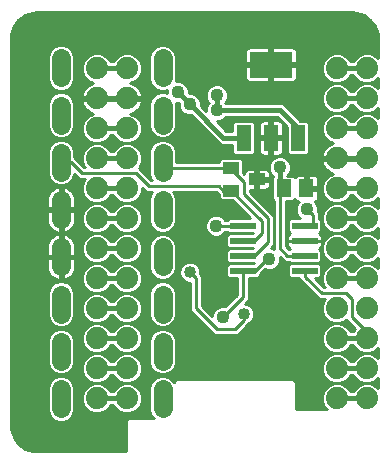
<source format=gbl>
G75*
%MOIN*%
%OFA0B0*%
%FSLAX25Y25*%
%IPPOS*%
%LPD*%
%AMOC8*
5,1,8,0,0,1.08239X$1,22.5*
%
%ADD10R,0.05118X0.05906*%
%ADD11R,0.05512X0.03937*%
%ADD12C,0.06337*%
%ADD13C,0.07400*%
%ADD14R,0.08661X0.02362*%
%ADD15R,0.04799X0.08799*%
%ADD16R,0.14173X0.08661*%
%ADD17C,0.01000*%
%ADD18C,0.01600*%
%ADD19C,0.04362*%
%ADD20C,0.04000*%
D10*
X0319260Y0298500D03*
X0326740Y0298500D03*
D11*
X0310331Y0301500D03*
X0301669Y0297760D03*
X0301669Y0305240D03*
D12*
X0278929Y0303954D02*
X0278929Y0310291D01*
X0278929Y0319702D02*
X0278929Y0326039D01*
X0278929Y0335450D02*
X0278929Y0341787D01*
X0245071Y0341787D02*
X0245071Y0335450D01*
X0245071Y0326039D02*
X0245071Y0319702D01*
X0245071Y0310291D02*
X0245071Y0303954D01*
X0245071Y0294543D02*
X0245071Y0288206D01*
X0245071Y0278794D02*
X0245071Y0272457D01*
X0245071Y0263046D02*
X0245071Y0256709D01*
X0245071Y0247298D02*
X0245071Y0240961D01*
X0245071Y0231550D02*
X0245071Y0225213D01*
X0278929Y0225213D02*
X0278929Y0231550D01*
X0278929Y0240961D02*
X0278929Y0247298D01*
X0278929Y0256709D02*
X0278929Y0263046D01*
X0278929Y0272457D02*
X0278929Y0278794D01*
X0278929Y0288206D02*
X0278929Y0294543D01*
D13*
X0267000Y0298500D03*
X0267000Y0288500D03*
X0267000Y0278500D03*
X0257000Y0278500D03*
X0257000Y0288500D03*
X0257000Y0298500D03*
X0257000Y0308500D03*
X0257000Y0318500D03*
X0267000Y0318500D03*
X0267000Y0308500D03*
X0267000Y0328500D03*
X0267000Y0338500D03*
X0257000Y0338500D03*
X0257000Y0328500D03*
X0337000Y0328500D03*
X0337000Y0338500D03*
X0347000Y0338500D03*
X0347000Y0328500D03*
X0347000Y0318500D03*
X0347000Y0308500D03*
X0337000Y0308500D03*
X0337000Y0318500D03*
X0337000Y0298500D03*
X0337000Y0288500D03*
X0337000Y0278500D03*
X0347000Y0278500D03*
X0347000Y0288500D03*
X0347000Y0298500D03*
X0347000Y0268500D03*
X0347000Y0258500D03*
X0337000Y0258500D03*
X0337000Y0268500D03*
X0337000Y0248500D03*
X0337000Y0238500D03*
X0337000Y0228500D03*
X0347000Y0228500D03*
X0347000Y0238500D03*
X0347000Y0248500D03*
X0267000Y0248500D03*
X0267000Y0238500D03*
X0267000Y0228500D03*
X0257000Y0228500D03*
X0257000Y0238500D03*
X0257000Y0248500D03*
X0257000Y0258500D03*
X0257000Y0268500D03*
X0267000Y0268500D03*
X0267000Y0258500D03*
D14*
X0305764Y0271000D03*
X0305764Y0276000D03*
X0305764Y0281000D03*
X0305764Y0286000D03*
X0326236Y0286000D03*
X0326236Y0281000D03*
X0326236Y0276000D03*
X0326236Y0271000D03*
D15*
X0324098Y0315299D03*
X0315000Y0315299D03*
X0305902Y0315299D03*
D16*
X0315000Y0339701D03*
D17*
X0229248Y0215550D02*
X0230848Y0213348D01*
X0233050Y0211748D01*
X0235639Y0210907D01*
X0237000Y0210800D01*
X0266700Y0210800D01*
X0266700Y0221038D01*
X0267462Y0221800D01*
X0276023Y0221800D01*
X0275141Y0222682D01*
X0274461Y0224325D01*
X0274461Y0232439D01*
X0275141Y0234082D01*
X0276398Y0235339D01*
X0278040Y0236019D01*
X0279818Y0236019D01*
X0281460Y0235339D01*
X0282717Y0234082D01*
X0282725Y0234063D01*
X0283462Y0234800D01*
X0322538Y0234800D01*
X0323300Y0234038D01*
X0323300Y0224800D01*
X0333629Y0224800D01*
X0332761Y0225668D01*
X0332000Y0227505D01*
X0332000Y0229495D01*
X0332761Y0231332D01*
X0334168Y0232739D01*
X0336005Y0233500D01*
X0337995Y0233500D01*
X0339832Y0232739D01*
X0341239Y0231332D01*
X0341459Y0230800D01*
X0342541Y0230800D01*
X0342761Y0231332D01*
X0344168Y0232739D01*
X0346005Y0233500D01*
X0347995Y0233500D01*
X0349832Y0232739D01*
X0350700Y0231871D01*
X0350700Y0235129D01*
X0349832Y0234261D01*
X0347995Y0233500D01*
X0346005Y0233500D01*
X0344168Y0234261D01*
X0342761Y0235668D01*
X0342541Y0236200D01*
X0341459Y0236200D01*
X0341239Y0235668D01*
X0339832Y0234261D01*
X0337995Y0233500D01*
X0336005Y0233500D01*
X0334168Y0234261D01*
X0332761Y0235668D01*
X0332000Y0237505D01*
X0332000Y0239495D01*
X0332761Y0241332D01*
X0334168Y0242739D01*
X0336005Y0243500D01*
X0337995Y0243500D01*
X0339832Y0242739D01*
X0341239Y0241332D01*
X0341459Y0240800D01*
X0342541Y0240800D01*
X0342761Y0241332D01*
X0344168Y0242739D01*
X0346005Y0243500D01*
X0347995Y0243500D01*
X0349832Y0242739D01*
X0350700Y0241871D01*
X0350700Y0245129D01*
X0349832Y0244261D01*
X0347995Y0243500D01*
X0346005Y0243500D01*
X0344168Y0244261D01*
X0342761Y0245668D01*
X0342541Y0246200D01*
X0341459Y0246200D01*
X0341239Y0245668D01*
X0339832Y0244261D01*
X0337995Y0243500D01*
X0336005Y0243500D01*
X0334168Y0244261D01*
X0332761Y0245668D01*
X0332000Y0247505D01*
X0332000Y0249495D01*
X0332761Y0251332D01*
X0334168Y0252739D01*
X0336005Y0253500D01*
X0337995Y0253500D01*
X0339832Y0252739D01*
X0341239Y0251332D01*
X0341459Y0250800D01*
X0342541Y0250800D01*
X0342761Y0251332D01*
X0343050Y0251621D01*
X0341172Y0253500D01*
X0340121Y0254550D01*
X0339832Y0254261D01*
X0337995Y0253500D01*
X0336005Y0253500D01*
X0334168Y0254261D01*
X0332761Y0255668D01*
X0332000Y0257505D01*
X0332000Y0259495D01*
X0332761Y0261332D01*
X0332929Y0261500D01*
X0331172Y0261500D01*
X0330000Y0262672D01*
X0325672Y0267000D01*
X0324500Y0268172D01*
X0324500Y0268519D01*
X0321367Y0268519D01*
X0320606Y0269280D01*
X0320606Y0272720D01*
X0321367Y0273481D01*
X0331105Y0273481D01*
X0331867Y0272720D01*
X0331867Y0269280D01*
X0331105Y0268519D01*
X0329809Y0268519D01*
X0332828Y0265500D01*
X0332929Y0265500D01*
X0332761Y0265668D01*
X0332000Y0267505D01*
X0332000Y0269495D01*
X0332761Y0271332D01*
X0334168Y0272739D01*
X0336005Y0273500D01*
X0337995Y0273500D01*
X0339832Y0272739D01*
X0341239Y0271332D01*
X0341459Y0270800D01*
X0342541Y0270800D01*
X0342761Y0271332D01*
X0344168Y0272739D01*
X0346005Y0273500D01*
X0347995Y0273500D01*
X0349832Y0272739D01*
X0350700Y0271871D01*
X0350700Y0275129D01*
X0349832Y0274261D01*
X0347995Y0273500D01*
X0346005Y0273500D01*
X0344168Y0274261D01*
X0342761Y0275668D01*
X0342541Y0276200D01*
X0341459Y0276200D01*
X0341239Y0275668D01*
X0339832Y0274261D01*
X0337995Y0273500D01*
X0336005Y0273500D01*
X0334168Y0274261D01*
X0332761Y0275668D01*
X0332000Y0277505D01*
X0332000Y0279372D01*
X0331965Y0279240D01*
X0331767Y0278898D01*
X0331488Y0278619D01*
X0331158Y0278428D01*
X0331867Y0277720D01*
X0331867Y0274280D01*
X0331105Y0273519D01*
X0321367Y0273519D01*
X0320886Y0274000D01*
X0319672Y0274000D01*
X0318181Y0275490D01*
X0318181Y0274268D01*
X0317621Y0272915D01*
X0316585Y0271879D01*
X0315232Y0271319D01*
X0313768Y0271319D01*
X0313152Y0271574D01*
X0311394Y0269816D01*
X0311394Y0269280D01*
X0310633Y0268519D01*
X0307764Y0268519D01*
X0307764Y0261435D01*
X0306328Y0260000D01*
X0306696Y0260000D01*
X0307983Y0259467D01*
X0308967Y0258483D01*
X0309500Y0257196D01*
X0309500Y0255804D01*
X0308967Y0254517D01*
X0307983Y0253533D01*
X0307775Y0253447D01*
X0306828Y0252500D01*
X0305000Y0250672D01*
X0305000Y0250672D01*
X0303828Y0249500D01*
X0296172Y0249500D01*
X0289172Y0256500D01*
X0288000Y0257672D01*
X0288000Y0267000D01*
X0287304Y0267000D01*
X0286017Y0267533D01*
X0285033Y0268517D01*
X0284500Y0269804D01*
X0284500Y0271196D01*
X0285033Y0272483D01*
X0286017Y0273467D01*
X0287304Y0274000D01*
X0288696Y0274000D01*
X0289983Y0273467D01*
X0290967Y0272483D01*
X0291500Y0271196D01*
X0291500Y0269828D01*
X0292000Y0269328D01*
X0292000Y0259328D01*
X0295319Y0256009D01*
X0295319Y0256232D01*
X0295879Y0257585D01*
X0296915Y0258621D01*
X0298268Y0259181D01*
X0299732Y0259181D01*
X0299817Y0259146D01*
X0303764Y0263092D01*
X0303764Y0268519D01*
X0300895Y0268519D01*
X0300133Y0269280D01*
X0300133Y0272720D01*
X0300895Y0273481D01*
X0305153Y0273481D01*
X0305172Y0273500D01*
X0306828Y0273500D01*
X0306847Y0273481D01*
X0309403Y0273481D01*
X0309422Y0273500D01*
X0305435Y0273500D01*
X0305416Y0273519D01*
X0300895Y0273519D01*
X0300133Y0274280D01*
X0300133Y0277720D01*
X0300895Y0278481D01*
X0309153Y0278481D01*
X0309190Y0278519D01*
X0300895Y0278519D01*
X0300133Y0279280D01*
X0300133Y0282720D01*
X0300895Y0283481D01*
X0309153Y0283481D01*
X0309190Y0283519D01*
X0300895Y0283519D01*
X0300413Y0284000D01*
X0299906Y0284000D01*
X0299871Y0283915D01*
X0298835Y0282879D01*
X0297482Y0282319D01*
X0296018Y0282319D01*
X0294665Y0282879D01*
X0293629Y0283915D01*
X0293069Y0285268D01*
X0293069Y0286732D01*
X0293629Y0288085D01*
X0294665Y0289121D01*
X0296018Y0289681D01*
X0297482Y0289681D01*
X0298835Y0289121D01*
X0299871Y0288085D01*
X0299906Y0288000D01*
X0300413Y0288000D01*
X0300895Y0288481D01*
X0308120Y0288481D01*
X0302109Y0294491D01*
X0298375Y0294491D01*
X0297613Y0295253D01*
X0297613Y0296487D01*
X0296851Y0297250D01*
X0282541Y0297250D01*
X0282717Y0297074D01*
X0283398Y0295431D01*
X0283398Y0287317D01*
X0282717Y0285674D01*
X0281460Y0284417D01*
X0279818Y0283737D01*
X0278040Y0283737D01*
X0276398Y0284417D01*
X0275141Y0285674D01*
X0274461Y0287317D01*
X0274461Y0295431D01*
X0275141Y0297074D01*
X0275317Y0297250D01*
X0273422Y0297250D01*
X0272250Y0298422D01*
X0272250Y0298422D01*
X0272000Y0298672D01*
X0272000Y0297505D01*
X0271239Y0295668D01*
X0269832Y0294261D01*
X0267995Y0293500D01*
X0266005Y0293500D01*
X0264168Y0292739D01*
X0262761Y0291332D01*
X0262541Y0290800D01*
X0261459Y0290800D01*
X0261239Y0291332D01*
X0259832Y0292739D01*
X0257995Y0293500D01*
X0256005Y0293500D01*
X0254168Y0292739D01*
X0252761Y0291332D01*
X0252000Y0289495D01*
X0252000Y0287505D01*
X0252761Y0285668D01*
X0254168Y0284261D01*
X0256005Y0283500D01*
X0257995Y0283500D01*
X0259832Y0284261D01*
X0261239Y0285668D01*
X0261459Y0286200D01*
X0262541Y0286200D01*
X0262761Y0285668D01*
X0264168Y0284261D01*
X0266005Y0283500D01*
X0267995Y0283500D01*
X0269832Y0284261D01*
X0271239Y0285668D01*
X0272000Y0287505D01*
X0272000Y0289495D01*
X0271239Y0291332D01*
X0269832Y0292739D01*
X0267995Y0293500D01*
X0266005Y0293500D01*
X0264168Y0294261D01*
X0262761Y0295668D01*
X0262541Y0296200D01*
X0261459Y0296200D01*
X0261239Y0295668D01*
X0259832Y0294261D01*
X0257995Y0293500D01*
X0256005Y0293500D01*
X0254168Y0294261D01*
X0252761Y0295668D01*
X0252000Y0297505D01*
X0252000Y0299495D01*
X0252761Y0301332D01*
X0252929Y0301500D01*
X0251172Y0301500D01*
X0250000Y0302672D01*
X0249539Y0303132D01*
X0249539Y0303065D01*
X0248859Y0301422D01*
X0247602Y0300165D01*
X0245960Y0299485D01*
X0244182Y0299485D01*
X0242540Y0300165D01*
X0241283Y0301422D01*
X0240602Y0303065D01*
X0240602Y0311179D01*
X0241283Y0312822D01*
X0242540Y0314079D01*
X0244182Y0314759D01*
X0245960Y0314759D01*
X0247602Y0314079D01*
X0248859Y0312822D01*
X0249539Y0311179D01*
X0249539Y0308789D01*
X0252828Y0305500D01*
X0252929Y0305500D01*
X0252761Y0305668D01*
X0252000Y0307505D01*
X0252000Y0309495D01*
X0252761Y0311332D01*
X0254168Y0312739D01*
X0256005Y0313500D01*
X0257995Y0313500D01*
X0259832Y0314261D01*
X0261239Y0315668D01*
X0261459Y0316200D01*
X0262541Y0316200D01*
X0262761Y0315668D01*
X0264168Y0314261D01*
X0266005Y0313500D01*
X0267995Y0313500D01*
X0269832Y0314261D01*
X0271239Y0315668D01*
X0272000Y0317505D01*
X0272000Y0319495D01*
X0271239Y0321332D01*
X0269832Y0322739D01*
X0268182Y0323422D01*
X0268218Y0323428D01*
X0268996Y0323681D01*
X0269725Y0324053D01*
X0270388Y0324534D01*
X0270966Y0325112D01*
X0271447Y0325775D01*
X0271819Y0326504D01*
X0272072Y0327282D01*
X0272186Y0328000D01*
X0267500Y0328000D01*
X0267500Y0329000D01*
X0272186Y0329000D01*
X0272072Y0329718D01*
X0271819Y0330496D01*
X0271447Y0331225D01*
X0270966Y0331888D01*
X0270388Y0332466D01*
X0269725Y0332947D01*
X0268996Y0333319D01*
X0268218Y0333572D01*
X0268182Y0333578D01*
X0269832Y0334261D01*
X0271239Y0335668D01*
X0272000Y0337505D01*
X0272000Y0339495D01*
X0271239Y0341332D01*
X0269832Y0342739D01*
X0267995Y0343500D01*
X0266005Y0343500D01*
X0264168Y0342739D01*
X0262761Y0341332D01*
X0262541Y0340800D01*
X0261459Y0340800D01*
X0261239Y0341332D01*
X0259832Y0342739D01*
X0257995Y0343500D01*
X0256005Y0343500D01*
X0254168Y0342739D01*
X0252761Y0341332D01*
X0252000Y0339495D01*
X0252000Y0337505D01*
X0252761Y0335668D01*
X0254168Y0334261D01*
X0255818Y0333578D01*
X0255782Y0333572D01*
X0255004Y0333319D01*
X0254275Y0332947D01*
X0253612Y0332466D01*
X0253034Y0331888D01*
X0252553Y0331225D01*
X0252181Y0330496D01*
X0251928Y0329718D01*
X0251814Y0329000D01*
X0256500Y0329000D01*
X0256500Y0328000D01*
X0251814Y0328000D01*
X0251928Y0327282D01*
X0252181Y0326504D01*
X0252553Y0325775D01*
X0253034Y0325112D01*
X0253612Y0324534D01*
X0254275Y0324053D01*
X0255004Y0323681D01*
X0255782Y0323428D01*
X0255818Y0323422D01*
X0254168Y0322739D01*
X0252761Y0321332D01*
X0252000Y0319495D01*
X0252000Y0317505D01*
X0252761Y0315668D01*
X0254168Y0314261D01*
X0256005Y0313500D01*
X0257995Y0313500D01*
X0259832Y0312739D01*
X0261239Y0311332D01*
X0261459Y0310800D01*
X0262541Y0310800D01*
X0262761Y0311332D01*
X0264168Y0312739D01*
X0266005Y0313500D01*
X0267995Y0313500D01*
X0269832Y0312739D01*
X0271239Y0311332D01*
X0272000Y0309495D01*
X0272000Y0307505D01*
X0271239Y0305668D01*
X0270950Y0305379D01*
X0272000Y0304328D01*
X0272000Y0304328D01*
X0275078Y0301250D01*
X0275313Y0301250D01*
X0275141Y0301422D01*
X0274461Y0303065D01*
X0274461Y0311179D01*
X0275141Y0312822D01*
X0276398Y0314079D01*
X0278040Y0314759D01*
X0279818Y0314759D01*
X0281460Y0314079D01*
X0282717Y0312822D01*
X0283398Y0311179D01*
X0283398Y0307240D01*
X0297613Y0307240D01*
X0297613Y0307747D01*
X0298375Y0308509D01*
X0304964Y0308509D01*
X0305725Y0307747D01*
X0305725Y0303603D01*
X0306075Y0303254D01*
X0306075Y0303666D01*
X0306177Y0304047D01*
X0306375Y0304390D01*
X0306654Y0304669D01*
X0306996Y0304866D01*
X0307377Y0304968D01*
X0309846Y0304968D01*
X0309846Y0301984D01*
X0310815Y0301984D01*
X0314587Y0301984D01*
X0314587Y0303666D01*
X0314484Y0304047D01*
X0314287Y0304390D01*
X0314008Y0304669D01*
X0313666Y0304866D01*
X0313284Y0304968D01*
X0310815Y0304968D01*
X0310815Y0301984D01*
X0310815Y0301016D01*
X0314587Y0301016D01*
X0314587Y0299334D01*
X0314484Y0298953D01*
X0314287Y0298610D01*
X0314008Y0298331D01*
X0313666Y0298134D01*
X0313284Y0298031D01*
X0310815Y0298031D01*
X0310815Y0301016D01*
X0309846Y0301016D01*
X0309846Y0298031D01*
X0308000Y0298031D01*
X0308000Y0297328D01*
X0314828Y0290500D01*
X0316000Y0289328D01*
X0316000Y0279672D01*
X0315009Y0278681D01*
X0315232Y0278681D01*
X0316000Y0278363D01*
X0316000Y0294410D01*
X0315401Y0295009D01*
X0315401Y0301991D01*
X0315700Y0302290D01*
X0315700Y0302594D01*
X0314879Y0303415D01*
X0314319Y0304768D01*
X0314319Y0306232D01*
X0314879Y0307585D01*
X0315915Y0308621D01*
X0317268Y0309181D01*
X0318732Y0309181D01*
X0320085Y0308621D01*
X0321121Y0307585D01*
X0321681Y0306232D01*
X0321681Y0304768D01*
X0321121Y0303415D01*
X0320459Y0302753D01*
X0322357Y0302753D01*
X0322891Y0302219D01*
X0322981Y0302374D01*
X0323260Y0302653D01*
X0323602Y0302851D01*
X0323984Y0302953D01*
X0326240Y0302953D01*
X0326240Y0299000D01*
X0327240Y0299000D01*
X0327240Y0302953D01*
X0329497Y0302953D01*
X0329878Y0302851D01*
X0330220Y0302653D01*
X0330499Y0302374D01*
X0330697Y0302032D01*
X0330799Y0301650D01*
X0330799Y0299000D01*
X0327240Y0299000D01*
X0327240Y0298000D01*
X0330799Y0298000D01*
X0330799Y0295350D01*
X0330697Y0294968D01*
X0330499Y0294626D01*
X0330220Y0294347D01*
X0329878Y0294149D01*
X0329624Y0294081D01*
X0330121Y0293585D01*
X0330681Y0292232D01*
X0330681Y0290768D01*
X0330646Y0290683D01*
X0331000Y0290328D01*
X0331000Y0288481D01*
X0331105Y0288481D01*
X0331867Y0287720D01*
X0331867Y0284280D01*
X0331158Y0283572D01*
X0331488Y0283381D01*
X0331767Y0283102D01*
X0331965Y0282760D01*
X0332067Y0282379D01*
X0332067Y0281091D01*
X0326327Y0281091D01*
X0326327Y0280909D01*
X0332067Y0280909D01*
X0332067Y0279656D01*
X0332761Y0281332D01*
X0334168Y0282739D01*
X0336005Y0283500D01*
X0337995Y0283500D01*
X0339832Y0282739D01*
X0341239Y0281332D01*
X0341459Y0280800D01*
X0342541Y0280800D01*
X0342761Y0281332D01*
X0344168Y0282739D01*
X0346005Y0283500D01*
X0347995Y0283500D01*
X0349832Y0282739D01*
X0350700Y0281871D01*
X0350700Y0285129D01*
X0349832Y0284261D01*
X0347995Y0283500D01*
X0346005Y0283500D01*
X0344168Y0284261D01*
X0342761Y0285668D01*
X0342541Y0286200D01*
X0341459Y0286200D01*
X0341239Y0285668D01*
X0339832Y0284261D01*
X0337995Y0283500D01*
X0336005Y0283500D01*
X0334168Y0284261D01*
X0332761Y0285668D01*
X0332000Y0287505D01*
X0332000Y0289495D01*
X0332761Y0291332D01*
X0334168Y0292739D01*
X0336005Y0293500D01*
X0337995Y0293500D01*
X0339832Y0292739D01*
X0341239Y0291332D01*
X0341459Y0290800D01*
X0342541Y0290800D01*
X0342761Y0291332D01*
X0344168Y0292739D01*
X0346005Y0293500D01*
X0347995Y0293500D01*
X0349832Y0292739D01*
X0350700Y0291871D01*
X0350700Y0295129D01*
X0349832Y0294261D01*
X0347995Y0293500D01*
X0346005Y0293500D01*
X0344168Y0294261D01*
X0342761Y0295668D01*
X0342541Y0296200D01*
X0341459Y0296200D01*
X0341239Y0295668D01*
X0339832Y0294261D01*
X0337995Y0293500D01*
X0336005Y0293500D01*
X0334168Y0294261D01*
X0332761Y0295668D01*
X0332000Y0297505D01*
X0332000Y0299495D01*
X0332761Y0301332D01*
X0334168Y0302739D01*
X0335818Y0303422D01*
X0335782Y0303428D01*
X0335004Y0303681D01*
X0334275Y0304053D01*
X0333612Y0304534D01*
X0333034Y0305112D01*
X0332553Y0305775D01*
X0332181Y0306504D01*
X0331928Y0307282D01*
X0331814Y0308000D01*
X0336500Y0308000D01*
X0336500Y0309000D01*
X0331814Y0309000D01*
X0331928Y0309718D01*
X0332181Y0310496D01*
X0332553Y0311225D01*
X0333034Y0311888D01*
X0333612Y0312466D01*
X0334275Y0312947D01*
X0335004Y0313319D01*
X0335782Y0313572D01*
X0335818Y0313578D01*
X0334168Y0314261D01*
X0332761Y0315668D01*
X0332000Y0317505D01*
X0332000Y0319495D01*
X0332761Y0321332D01*
X0334168Y0322739D01*
X0336005Y0323500D01*
X0337995Y0323500D01*
X0339832Y0322739D01*
X0341239Y0321332D01*
X0341459Y0320800D01*
X0342541Y0320800D01*
X0342761Y0321332D01*
X0344168Y0322739D01*
X0346005Y0323500D01*
X0347995Y0323500D01*
X0349832Y0322739D01*
X0350700Y0321871D01*
X0350700Y0325129D01*
X0349832Y0324261D01*
X0347995Y0323500D01*
X0346005Y0323500D01*
X0344168Y0324261D01*
X0342761Y0325668D01*
X0342541Y0326200D01*
X0341459Y0326200D01*
X0341239Y0325668D01*
X0339832Y0324261D01*
X0337995Y0323500D01*
X0336005Y0323500D01*
X0334168Y0324261D01*
X0332761Y0325668D01*
X0332000Y0327505D01*
X0332000Y0329495D01*
X0332761Y0331332D01*
X0334168Y0332739D01*
X0336005Y0333500D01*
X0337995Y0333500D01*
X0339832Y0332739D01*
X0341239Y0331332D01*
X0341459Y0330800D01*
X0342541Y0330800D01*
X0342761Y0331332D01*
X0344168Y0332739D01*
X0346005Y0333500D01*
X0347995Y0333500D01*
X0349832Y0332739D01*
X0350700Y0331871D01*
X0350700Y0335129D01*
X0349832Y0334261D01*
X0347995Y0333500D01*
X0346005Y0333500D01*
X0344168Y0334261D01*
X0342761Y0335668D01*
X0342541Y0336200D01*
X0341459Y0336200D01*
X0341239Y0335668D01*
X0339832Y0334261D01*
X0337995Y0333500D01*
X0336005Y0333500D01*
X0334168Y0334261D01*
X0332761Y0335668D01*
X0332000Y0337505D01*
X0332000Y0339495D01*
X0332761Y0341332D01*
X0334168Y0342739D01*
X0336005Y0343500D01*
X0337995Y0343500D01*
X0339832Y0342739D01*
X0341239Y0341332D01*
X0341459Y0340800D01*
X0342541Y0340800D01*
X0342761Y0341332D01*
X0344168Y0342739D01*
X0346005Y0343500D01*
X0347995Y0343500D01*
X0349832Y0342739D01*
X0350700Y0341871D01*
X0350700Y0348500D01*
X0350593Y0349861D01*
X0349752Y0352450D01*
X0348152Y0354652D01*
X0345950Y0356252D01*
X0343361Y0357093D01*
X0342000Y0357200D01*
X0237000Y0357200D01*
X0235639Y0357093D01*
X0233050Y0356252D01*
X0230848Y0354652D01*
X0229248Y0352450D01*
X0228407Y0349861D01*
X0228300Y0348500D01*
X0228300Y0219500D01*
X0228407Y0218139D01*
X0229248Y0215550D01*
X0229290Y0215493D02*
X0266700Y0215493D01*
X0266700Y0216491D02*
X0228943Y0216491D01*
X0228618Y0217490D02*
X0266700Y0217490D01*
X0266700Y0218488D02*
X0228380Y0218488D01*
X0228301Y0219487D02*
X0266700Y0219487D01*
X0266700Y0220485D02*
X0228300Y0220485D01*
X0228300Y0221484D02*
X0242481Y0221484D01*
X0242540Y0221425D02*
X0244182Y0220745D01*
X0245960Y0220745D01*
X0247602Y0221425D01*
X0248859Y0222682D01*
X0249539Y0224325D01*
X0249539Y0232439D01*
X0248859Y0234082D01*
X0247602Y0235339D01*
X0245960Y0236019D01*
X0244182Y0236019D01*
X0242540Y0235339D01*
X0241283Y0234082D01*
X0240602Y0232439D01*
X0240602Y0224325D01*
X0241283Y0222682D01*
X0242540Y0221425D01*
X0241483Y0222482D02*
X0228300Y0222482D01*
X0228300Y0223481D02*
X0240952Y0223481D01*
X0240602Y0224479D02*
X0228300Y0224479D01*
X0228300Y0225478D02*
X0240602Y0225478D01*
X0240602Y0226476D02*
X0228300Y0226476D01*
X0228300Y0227475D02*
X0240602Y0227475D01*
X0240602Y0228473D02*
X0228300Y0228473D01*
X0228300Y0229472D02*
X0240602Y0229472D01*
X0240602Y0230470D02*
X0228300Y0230470D01*
X0228300Y0231469D02*
X0240602Y0231469D01*
X0240614Y0232467D02*
X0228300Y0232467D01*
X0228300Y0233466D02*
X0241028Y0233466D01*
X0241665Y0234464D02*
X0228300Y0234464D01*
X0228300Y0235463D02*
X0242839Y0235463D01*
X0244182Y0236493D02*
X0245960Y0236493D01*
X0247602Y0237173D01*
X0248859Y0238430D01*
X0249539Y0240073D01*
X0249539Y0248187D01*
X0248859Y0249830D01*
X0247602Y0251087D01*
X0245960Y0251767D01*
X0244182Y0251767D01*
X0242540Y0251087D01*
X0241283Y0249830D01*
X0240602Y0248187D01*
X0240602Y0240073D01*
X0241283Y0238430D01*
X0242540Y0237173D01*
X0244182Y0236493D01*
X0242253Y0237460D02*
X0228300Y0237460D01*
X0228300Y0238458D02*
X0241271Y0238458D01*
X0240857Y0239457D02*
X0228300Y0239457D01*
X0228300Y0240455D02*
X0240602Y0240455D01*
X0240602Y0241454D02*
X0228300Y0241454D01*
X0228300Y0242452D02*
X0240602Y0242452D01*
X0240602Y0243451D02*
X0228300Y0243451D01*
X0228300Y0244449D02*
X0240602Y0244449D01*
X0240602Y0245448D02*
X0228300Y0245448D01*
X0228300Y0246446D02*
X0240602Y0246446D01*
X0240602Y0247445D02*
X0228300Y0247445D01*
X0228300Y0248443D02*
X0240708Y0248443D01*
X0241122Y0249442D02*
X0228300Y0249442D01*
X0228300Y0250440D02*
X0241893Y0250440D01*
X0243390Y0251439D02*
X0228300Y0251439D01*
X0228300Y0252437D02*
X0243708Y0252437D01*
X0244182Y0252241D02*
X0245960Y0252241D01*
X0247602Y0252921D01*
X0248859Y0254178D01*
X0249539Y0255821D01*
X0249539Y0263935D01*
X0248859Y0265578D01*
X0247602Y0266835D01*
X0245960Y0267515D01*
X0244182Y0267515D01*
X0242540Y0266835D01*
X0241283Y0265578D01*
X0240602Y0263935D01*
X0240602Y0255821D01*
X0241283Y0254178D01*
X0242540Y0252921D01*
X0244182Y0252241D01*
X0246434Y0252437D02*
X0253866Y0252437D01*
X0254168Y0252739D02*
X0252761Y0251332D01*
X0252000Y0249495D01*
X0252000Y0247505D01*
X0252761Y0245668D01*
X0254168Y0244261D01*
X0256005Y0243500D01*
X0257995Y0243500D01*
X0259832Y0244261D01*
X0261239Y0245668D01*
X0261459Y0246200D01*
X0262541Y0246200D01*
X0262761Y0245668D01*
X0264168Y0244261D01*
X0266005Y0243500D01*
X0267995Y0243500D01*
X0269832Y0244261D01*
X0271239Y0245668D01*
X0272000Y0247505D01*
X0272000Y0249495D01*
X0271239Y0251332D01*
X0269832Y0252739D01*
X0267995Y0253500D01*
X0266005Y0253500D01*
X0264168Y0252739D01*
X0262761Y0251332D01*
X0262541Y0250800D01*
X0261459Y0250800D01*
X0261239Y0251332D01*
X0259832Y0252739D01*
X0257995Y0253500D01*
X0256005Y0253500D01*
X0254168Y0252739D01*
X0254168Y0254261D02*
X0256005Y0253500D01*
X0257995Y0253500D01*
X0259832Y0254261D01*
X0261239Y0255668D01*
X0261459Y0256200D01*
X0262541Y0256200D01*
X0262761Y0255668D01*
X0264168Y0254261D01*
X0266005Y0253500D01*
X0267995Y0253500D01*
X0269832Y0254261D01*
X0271239Y0255668D01*
X0272000Y0257505D01*
X0272000Y0259495D01*
X0271239Y0261332D01*
X0269832Y0262739D01*
X0267995Y0263500D01*
X0269832Y0264261D01*
X0271239Y0265668D01*
X0272000Y0267505D01*
X0272000Y0269495D01*
X0271239Y0271332D01*
X0269832Y0272739D01*
X0267995Y0273500D01*
X0266005Y0273500D01*
X0264168Y0272739D01*
X0262761Y0271332D01*
X0262541Y0270800D01*
X0261459Y0270800D01*
X0261239Y0271332D01*
X0259832Y0272739D01*
X0257995Y0273500D01*
X0256005Y0273500D01*
X0254168Y0272739D01*
X0252761Y0271332D01*
X0252000Y0269495D01*
X0252000Y0267505D01*
X0252761Y0265668D01*
X0254168Y0264261D01*
X0256005Y0263500D01*
X0257995Y0263500D01*
X0259832Y0264261D01*
X0261239Y0265668D01*
X0261459Y0266200D01*
X0262541Y0266200D01*
X0262761Y0265668D01*
X0264168Y0264261D01*
X0266005Y0263500D01*
X0267995Y0263500D01*
X0266005Y0263500D01*
X0264168Y0262739D01*
X0262761Y0261332D01*
X0262541Y0260800D01*
X0261459Y0260800D01*
X0261239Y0261332D01*
X0259832Y0262739D01*
X0257995Y0263500D01*
X0256005Y0263500D01*
X0254168Y0262739D01*
X0252761Y0261332D01*
X0252000Y0259495D01*
X0252000Y0257505D01*
X0252761Y0255668D01*
X0254168Y0254261D01*
X0253994Y0254434D02*
X0248965Y0254434D01*
X0249379Y0255433D02*
X0252996Y0255433D01*
X0252445Y0256432D02*
X0249539Y0256432D01*
X0249539Y0257430D02*
X0252031Y0257430D01*
X0252000Y0258429D02*
X0249539Y0258429D01*
X0249539Y0259427D02*
X0252000Y0259427D01*
X0252386Y0260426D02*
X0249539Y0260426D01*
X0249539Y0261424D02*
X0252853Y0261424D01*
X0253852Y0262423D02*
X0249539Y0262423D01*
X0249539Y0263421D02*
X0255815Y0263421D01*
X0254009Y0264420D02*
X0249339Y0264420D01*
X0248925Y0265418D02*
X0253011Y0265418D01*
X0252451Y0266417D02*
X0248020Y0266417D01*
X0246863Y0268131D02*
X0247518Y0268465D01*
X0248112Y0268897D01*
X0248632Y0269416D01*
X0249064Y0270011D01*
X0249397Y0270665D01*
X0249624Y0271364D01*
X0249739Y0272090D01*
X0249739Y0275142D01*
X0245555Y0275142D01*
X0245555Y0276110D01*
X0249739Y0276110D01*
X0249739Y0279162D01*
X0249624Y0279888D01*
X0249397Y0280587D01*
X0249064Y0281241D01*
X0248632Y0281836D01*
X0248112Y0282355D01*
X0247518Y0282787D01*
X0246863Y0283121D01*
X0246164Y0283348D01*
X0245555Y0283444D01*
X0245555Y0276110D01*
X0244587Y0276110D01*
X0244587Y0283444D01*
X0243978Y0283348D01*
X0243279Y0283121D01*
X0242624Y0282787D01*
X0242030Y0282355D01*
X0241510Y0281836D01*
X0241078Y0281241D01*
X0240744Y0280587D01*
X0240517Y0279888D01*
X0240402Y0279162D01*
X0240402Y0276110D01*
X0244587Y0276110D01*
X0244587Y0275142D01*
X0245555Y0275142D01*
X0245555Y0267807D01*
X0246164Y0267904D01*
X0246863Y0268131D01*
X0247418Y0268414D02*
X0252000Y0268414D01*
X0252000Y0269412D02*
X0248628Y0269412D01*
X0249268Y0270411D02*
X0252379Y0270411D01*
X0252838Y0271409D02*
X0249632Y0271409D01*
X0249739Y0272408D02*
X0253837Y0272408D01*
X0254168Y0274261D02*
X0256005Y0273500D01*
X0257995Y0273500D01*
X0259832Y0274261D01*
X0261239Y0275668D01*
X0261459Y0276200D01*
X0262541Y0276200D01*
X0262761Y0275668D01*
X0264168Y0274261D01*
X0266005Y0273500D01*
X0267995Y0273500D01*
X0269832Y0274261D01*
X0271239Y0275668D01*
X0272000Y0277505D01*
X0272000Y0279495D01*
X0271239Y0281332D01*
X0269832Y0282739D01*
X0267995Y0283500D01*
X0266005Y0283500D01*
X0264168Y0282739D01*
X0262761Y0281332D01*
X0262541Y0280800D01*
X0261459Y0280800D01*
X0261239Y0281332D01*
X0259832Y0282739D01*
X0257995Y0283500D01*
X0256005Y0283500D01*
X0254168Y0282739D01*
X0252761Y0281332D01*
X0252000Y0279495D01*
X0252000Y0277505D01*
X0252761Y0275668D01*
X0254168Y0274261D01*
X0254024Y0274405D02*
X0249739Y0274405D01*
X0249739Y0273406D02*
X0255779Y0273406D01*
X0258221Y0273406D02*
X0265779Y0273406D01*
X0264024Y0274405D02*
X0259976Y0274405D01*
X0260974Y0275403D02*
X0263026Y0275403D01*
X0263837Y0272408D02*
X0260163Y0272408D01*
X0261162Y0271409D02*
X0262838Y0271409D01*
X0268221Y0273406D02*
X0274461Y0273406D01*
X0274461Y0272408D02*
X0270163Y0272408D01*
X0271162Y0271409D02*
X0274527Y0271409D01*
X0274461Y0271569D02*
X0275141Y0269926D01*
X0276398Y0268669D01*
X0278040Y0267989D01*
X0279818Y0267989D01*
X0281460Y0268669D01*
X0282717Y0269926D01*
X0283398Y0271569D01*
X0283398Y0279683D01*
X0282717Y0281326D01*
X0281460Y0282583D01*
X0279818Y0283263D01*
X0278040Y0283263D01*
X0276398Y0282583D01*
X0275141Y0281326D01*
X0274461Y0279683D01*
X0274461Y0271569D01*
X0274940Y0270411D02*
X0271621Y0270411D01*
X0272000Y0269412D02*
X0275655Y0269412D01*
X0277015Y0268414D02*
X0272000Y0268414D01*
X0271963Y0267415D02*
X0277799Y0267415D01*
X0278040Y0267515D02*
X0276398Y0266835D01*
X0275141Y0265578D01*
X0274461Y0263935D01*
X0274461Y0255821D01*
X0275141Y0254178D01*
X0276398Y0252921D01*
X0278040Y0252241D01*
X0279818Y0252241D01*
X0281460Y0252921D01*
X0282717Y0254178D01*
X0283398Y0255821D01*
X0283398Y0263935D01*
X0282717Y0265578D01*
X0281460Y0266835D01*
X0279818Y0267515D01*
X0278040Y0267515D01*
X0280059Y0267415D02*
X0286302Y0267415D01*
X0285137Y0268414D02*
X0280843Y0268414D01*
X0282203Y0269412D02*
X0284662Y0269412D01*
X0284500Y0270411D02*
X0282918Y0270411D01*
X0283332Y0271409D02*
X0284588Y0271409D01*
X0285002Y0272408D02*
X0283398Y0272408D01*
X0283398Y0273406D02*
X0285956Y0273406D01*
X0283398Y0274405D02*
X0300133Y0274405D01*
X0300133Y0275403D02*
X0283398Y0275403D01*
X0283398Y0276402D02*
X0300133Y0276402D01*
X0300133Y0277400D02*
X0283398Y0277400D01*
X0283398Y0278399D02*
X0300812Y0278399D01*
X0300133Y0279397D02*
X0283398Y0279397D01*
X0283103Y0280396D02*
X0300133Y0280396D01*
X0300133Y0281394D02*
X0282649Y0281394D01*
X0281650Y0282393D02*
X0295839Y0282393D01*
X0297661Y0282393D02*
X0300133Y0282393D01*
X0300805Y0283391D02*
X0299347Y0283391D01*
X0296750Y0286000D02*
X0305764Y0286000D01*
X0307218Y0289382D02*
X0298203Y0289382D01*
X0299572Y0288384D02*
X0300797Y0288384D01*
X0304223Y0292378D02*
X0283398Y0292378D01*
X0283398Y0293376D02*
X0303224Y0293376D01*
X0302226Y0294375D02*
X0283398Y0294375D01*
X0283398Y0295373D02*
X0297613Y0295373D01*
X0297613Y0296372D02*
X0283008Y0296372D01*
X0283398Y0291379D02*
X0305221Y0291379D01*
X0306220Y0290381D02*
X0283398Y0290381D01*
X0283398Y0289382D02*
X0295297Y0289382D01*
X0293928Y0288384D02*
X0283398Y0288384D01*
X0283398Y0287385D02*
X0293339Y0287385D01*
X0293069Y0286387D02*
X0283012Y0286387D01*
X0282431Y0285388D02*
X0293069Y0285388D01*
X0293433Y0284390D02*
X0281394Y0284390D01*
X0276464Y0284390D02*
X0269961Y0284390D01*
X0270959Y0285388D02*
X0275427Y0285388D01*
X0274846Y0286387D02*
X0271537Y0286387D01*
X0271950Y0287385D02*
X0274461Y0287385D01*
X0274461Y0288384D02*
X0272000Y0288384D01*
X0272000Y0289382D02*
X0274461Y0289382D01*
X0274461Y0290381D02*
X0271633Y0290381D01*
X0271192Y0291379D02*
X0274461Y0291379D01*
X0274461Y0292378D02*
X0270193Y0292378D01*
X0269946Y0294375D02*
X0274461Y0294375D01*
X0274461Y0295373D02*
X0270945Y0295373D01*
X0271530Y0296372D02*
X0274850Y0296372D01*
X0273301Y0297370D02*
X0271944Y0297370D01*
X0272000Y0298369D02*
X0272303Y0298369D01*
X0274250Y0299250D02*
X0297679Y0299250D01*
X0299169Y0297760D01*
X0301669Y0297760D01*
X0311929Y0287500D01*
X0312000Y0287500D01*
X0312000Y0283500D01*
X0309500Y0281000D01*
X0305764Y0281000D01*
X0305764Y0276000D02*
X0306264Y0275500D01*
X0309000Y0275500D01*
X0314000Y0280500D01*
X0314000Y0288500D01*
X0306000Y0296500D01*
X0306000Y0300500D01*
X0301669Y0304831D01*
X0301669Y0305240D01*
X0280811Y0305240D01*
X0278929Y0307122D01*
X0274461Y0307356D02*
X0271938Y0307356D01*
X0272000Y0308354D02*
X0274461Y0308354D01*
X0274461Y0309353D02*
X0272000Y0309353D01*
X0271645Y0310351D02*
X0274461Y0310351D01*
X0274531Y0311350D02*
X0271221Y0311350D01*
X0270223Y0312348D02*
X0274945Y0312348D01*
X0275666Y0313347D02*
X0268365Y0313347D01*
X0269916Y0314345D02*
X0277041Y0314345D01*
X0277773Y0315344D02*
X0270915Y0315344D01*
X0271518Y0316342D02*
X0275969Y0316342D01*
X0276398Y0315913D02*
X0278040Y0315233D01*
X0279818Y0315233D01*
X0281460Y0315913D01*
X0282717Y0317170D01*
X0283398Y0318813D01*
X0283398Y0326819D01*
X0284319Y0326819D01*
X0284319Y0325768D01*
X0284879Y0324415D01*
X0285915Y0323379D01*
X0287268Y0322819D01*
X0288428Y0322819D01*
X0298248Y0312999D01*
X0302202Y0312999D01*
X0302202Y0310361D01*
X0302963Y0309600D01*
X0308840Y0309600D01*
X0309601Y0310361D01*
X0309601Y0320237D01*
X0308840Y0320999D01*
X0302963Y0320999D01*
X0302202Y0320237D01*
X0302202Y0317599D01*
X0300153Y0317599D01*
X0296934Y0320819D01*
X0297732Y0320819D01*
X0299085Y0321379D01*
X0299906Y0322200D01*
X0317047Y0322200D01*
X0320399Y0318848D01*
X0320399Y0310361D01*
X0321160Y0309600D01*
X0327037Y0309600D01*
X0327798Y0310361D01*
X0327798Y0320237D01*
X0327037Y0320999D01*
X0324754Y0320999D01*
X0323953Y0321800D01*
X0318953Y0326800D01*
X0299906Y0326800D01*
X0299706Y0327000D01*
X0300121Y0327415D01*
X0300681Y0328768D01*
X0300681Y0330232D01*
X0300121Y0331585D01*
X0299085Y0332621D01*
X0297732Y0333181D01*
X0296268Y0333181D01*
X0294915Y0332621D01*
X0293879Y0331585D01*
X0293319Y0330232D01*
X0293319Y0328768D01*
X0293879Y0327415D01*
X0294294Y0327000D01*
X0293879Y0326585D01*
X0293319Y0325232D01*
X0293319Y0324434D01*
X0291681Y0326072D01*
X0291681Y0327232D01*
X0291121Y0328585D01*
X0290085Y0329621D01*
X0288732Y0330181D01*
X0287681Y0330181D01*
X0287681Y0331232D01*
X0287121Y0332585D01*
X0286085Y0333621D01*
X0284732Y0334181D01*
X0283268Y0334181D01*
X0283235Y0334167D01*
X0283398Y0334561D01*
X0283398Y0342675D01*
X0282717Y0344318D01*
X0281460Y0345575D01*
X0279818Y0346255D01*
X0278040Y0346255D01*
X0276398Y0345575D01*
X0275141Y0344318D01*
X0274461Y0342675D01*
X0274461Y0334561D01*
X0275141Y0332918D01*
X0276398Y0331661D01*
X0278040Y0330981D01*
X0279818Y0330981D01*
X0280319Y0331189D01*
X0280319Y0330300D01*
X0279818Y0330507D01*
X0278040Y0330507D01*
X0276398Y0329827D01*
X0275141Y0328570D01*
X0274461Y0326927D01*
X0274461Y0318813D01*
X0275141Y0317170D01*
X0276398Y0315913D01*
X0275070Y0317341D02*
X0271932Y0317341D01*
X0272000Y0318339D02*
X0274657Y0318339D01*
X0274461Y0319338D02*
X0272000Y0319338D01*
X0271651Y0320336D02*
X0274461Y0320336D01*
X0274461Y0321335D02*
X0271236Y0321335D01*
X0270238Y0322333D02*
X0274461Y0322333D01*
X0274461Y0323332D02*
X0268401Y0323332D01*
X0270108Y0324330D02*
X0274461Y0324330D01*
X0274461Y0325329D02*
X0271124Y0325329D01*
X0271729Y0326327D02*
X0274461Y0326327D01*
X0274626Y0327326D02*
X0272079Y0327326D01*
X0272134Y0329323D02*
X0275894Y0329323D01*
X0275039Y0328324D02*
X0267500Y0328324D01*
X0266500Y0328324D02*
X0257500Y0328324D01*
X0257500Y0328000D02*
X0257500Y0329000D01*
X0261814Y0329000D01*
X0266500Y0329000D01*
X0266500Y0328000D01*
X0257500Y0328000D01*
X0256500Y0328324D02*
X0248961Y0328324D01*
X0248859Y0328570D02*
X0247602Y0329827D01*
X0245960Y0330507D01*
X0244182Y0330507D01*
X0242540Y0329827D01*
X0241283Y0328570D01*
X0240602Y0326927D01*
X0240602Y0318813D01*
X0241283Y0317170D01*
X0242540Y0315913D01*
X0244182Y0315233D01*
X0245960Y0315233D01*
X0247602Y0315913D01*
X0248859Y0317170D01*
X0249539Y0318813D01*
X0249539Y0326927D01*
X0248859Y0328570D01*
X0248106Y0329323D02*
X0251866Y0329323D01*
X0252124Y0330321D02*
X0246408Y0330321D01*
X0245960Y0330981D02*
X0247602Y0331661D01*
X0248859Y0332918D01*
X0249539Y0334561D01*
X0249539Y0342675D01*
X0248859Y0344318D01*
X0247602Y0345575D01*
X0245960Y0346255D01*
X0244182Y0346255D01*
X0242540Y0345575D01*
X0241283Y0344318D01*
X0240602Y0342675D01*
X0240602Y0334561D01*
X0241283Y0332918D01*
X0242540Y0331661D01*
X0244182Y0330981D01*
X0245960Y0330981D01*
X0246778Y0331320D02*
X0252621Y0331320D01*
X0253464Y0332318D02*
X0248259Y0332318D01*
X0249024Y0333317D02*
X0255000Y0333317D01*
X0254114Y0334315D02*
X0249438Y0334315D01*
X0249539Y0335314D02*
X0253115Y0335314D01*
X0252494Y0336312D02*
X0249539Y0336312D01*
X0249539Y0337311D02*
X0252081Y0337311D01*
X0252000Y0338309D02*
X0249539Y0338309D01*
X0249539Y0339308D02*
X0252000Y0339308D01*
X0252336Y0340306D02*
X0249539Y0340306D01*
X0249539Y0341305D02*
X0252750Y0341305D01*
X0253732Y0342303D02*
X0249539Y0342303D01*
X0249280Y0343302D02*
X0255527Y0343302D01*
X0258473Y0343302D02*
X0265527Y0343302D01*
X0263732Y0342303D02*
X0260268Y0342303D01*
X0261250Y0341305D02*
X0262750Y0341305D01*
X0268473Y0343302D02*
X0274720Y0343302D01*
X0274461Y0342303D02*
X0270268Y0342303D01*
X0271250Y0341305D02*
X0274461Y0341305D01*
X0274461Y0340306D02*
X0271664Y0340306D01*
X0272000Y0339308D02*
X0274461Y0339308D01*
X0274461Y0338309D02*
X0272000Y0338309D01*
X0271919Y0337311D02*
X0274461Y0337311D01*
X0274461Y0336312D02*
X0271506Y0336312D01*
X0270885Y0335314D02*
X0274461Y0335314D01*
X0274562Y0334315D02*
X0269886Y0334315D01*
X0269000Y0333317D02*
X0274976Y0333317D01*
X0275741Y0332318D02*
X0270536Y0332318D01*
X0271379Y0331320D02*
X0277222Y0331320D01*
X0277592Y0330321D02*
X0271876Y0330321D01*
X0280266Y0330321D02*
X0280319Y0330321D01*
X0283296Y0334315D02*
X0306847Y0334315D01*
X0306713Y0334449D02*
X0306992Y0334170D01*
X0307334Y0333972D01*
X0307716Y0333870D01*
X0314500Y0333870D01*
X0314500Y0339201D01*
X0306413Y0339201D01*
X0306413Y0335173D01*
X0306516Y0334791D01*
X0306713Y0334449D01*
X0306413Y0335314D02*
X0283398Y0335314D01*
X0283398Y0336312D02*
X0306413Y0336312D01*
X0306413Y0337311D02*
X0283398Y0337311D01*
X0283398Y0338309D02*
X0306413Y0338309D01*
X0306413Y0340201D02*
X0314500Y0340201D01*
X0314500Y0345531D01*
X0307716Y0345531D01*
X0307334Y0345429D01*
X0306992Y0345232D01*
X0306713Y0344953D01*
X0306516Y0344610D01*
X0306413Y0344229D01*
X0306413Y0340201D01*
X0306413Y0340306D02*
X0283398Y0340306D01*
X0283398Y0339308D02*
X0314500Y0339308D01*
X0314500Y0339201D02*
X0314500Y0340201D01*
X0315500Y0340201D01*
X0315500Y0345531D01*
X0322284Y0345531D01*
X0322666Y0345429D01*
X0323008Y0345232D01*
X0323287Y0344953D01*
X0323484Y0344610D01*
X0323587Y0344229D01*
X0323587Y0340201D01*
X0315500Y0340201D01*
X0315500Y0339201D01*
X0323587Y0339201D01*
X0323587Y0335173D01*
X0323484Y0334791D01*
X0323287Y0334449D01*
X0323008Y0334170D01*
X0322666Y0333972D01*
X0322284Y0333870D01*
X0315500Y0333870D01*
X0315500Y0339201D01*
X0314500Y0339201D01*
X0314500Y0338309D02*
X0315500Y0338309D01*
X0315500Y0337311D02*
X0314500Y0337311D01*
X0314500Y0336312D02*
X0315500Y0336312D01*
X0315500Y0335314D02*
X0314500Y0335314D01*
X0314500Y0334315D02*
X0315500Y0334315D01*
X0315500Y0339308D02*
X0332000Y0339308D01*
X0332000Y0338309D02*
X0323587Y0338309D01*
X0323587Y0337311D02*
X0332081Y0337311D01*
X0332494Y0336312D02*
X0323587Y0336312D01*
X0323587Y0335314D02*
X0333115Y0335314D01*
X0334114Y0334315D02*
X0323153Y0334315D01*
X0323587Y0340306D02*
X0332336Y0340306D01*
X0332750Y0341305D02*
X0323587Y0341305D01*
X0323587Y0342303D02*
X0333732Y0342303D01*
X0335527Y0343302D02*
X0323587Y0343302D01*
X0323567Y0344301D02*
X0350700Y0344301D01*
X0350700Y0345299D02*
X0322891Y0345299D01*
X0315500Y0345299D02*
X0314500Y0345299D01*
X0314500Y0344301D02*
X0315500Y0344301D01*
X0315500Y0343302D02*
X0314500Y0343302D01*
X0314500Y0342303D02*
X0315500Y0342303D01*
X0315500Y0341305D02*
X0314500Y0341305D01*
X0314500Y0340306D02*
X0315500Y0340306D01*
X0306413Y0341305D02*
X0283398Y0341305D01*
X0283398Y0342303D02*
X0306413Y0342303D01*
X0306413Y0343302D02*
X0283138Y0343302D01*
X0282725Y0344301D02*
X0306433Y0344301D01*
X0307109Y0345299D02*
X0281736Y0345299D01*
X0276122Y0345299D02*
X0247878Y0345299D01*
X0248866Y0344301D02*
X0275134Y0344301D01*
X0286389Y0333317D02*
X0335563Y0333317D01*
X0333747Y0332318D02*
X0299387Y0332318D01*
X0300231Y0331320D02*
X0332756Y0331320D01*
X0332342Y0330321D02*
X0300644Y0330321D01*
X0300681Y0329323D02*
X0332000Y0329323D01*
X0332000Y0328324D02*
X0300497Y0328324D01*
X0300032Y0327326D02*
X0332074Y0327326D01*
X0332488Y0326327D02*
X0319425Y0326327D01*
X0320424Y0325329D02*
X0333100Y0325329D01*
X0334099Y0324330D02*
X0321422Y0324330D01*
X0322421Y0323332D02*
X0335599Y0323332D01*
X0333762Y0322333D02*
X0323419Y0322333D01*
X0324418Y0321335D02*
X0332764Y0321335D01*
X0332349Y0320336D02*
X0327699Y0320336D01*
X0327798Y0319338D02*
X0332000Y0319338D01*
X0332000Y0318339D02*
X0327798Y0318339D01*
X0327798Y0317341D02*
X0332068Y0317341D01*
X0332482Y0316342D02*
X0327798Y0316342D01*
X0327798Y0315344D02*
X0333085Y0315344D01*
X0334084Y0314345D02*
X0327798Y0314345D01*
X0327798Y0313347D02*
X0335089Y0313347D01*
X0333494Y0312348D02*
X0327798Y0312348D01*
X0327798Y0311350D02*
X0332643Y0311350D01*
X0332134Y0310351D02*
X0327788Y0310351D01*
X0331870Y0309353D02*
X0283398Y0309353D01*
X0283398Y0310351D02*
X0302212Y0310351D01*
X0302202Y0311350D02*
X0283327Y0311350D01*
X0282914Y0312348D02*
X0302202Y0312348D01*
X0297901Y0313347D02*
X0282192Y0313347D01*
X0280817Y0314345D02*
X0296902Y0314345D01*
X0295904Y0315344D02*
X0280085Y0315344D01*
X0281889Y0316342D02*
X0294905Y0316342D01*
X0293907Y0317341D02*
X0282788Y0317341D01*
X0283201Y0318339D02*
X0292908Y0318339D01*
X0291910Y0319338D02*
X0283398Y0319338D01*
X0283398Y0320336D02*
X0290911Y0320336D01*
X0289913Y0321335D02*
X0283398Y0321335D01*
X0283398Y0322333D02*
X0288914Y0322333D01*
X0286030Y0323332D02*
X0283398Y0323332D01*
X0283398Y0324330D02*
X0284964Y0324330D01*
X0284501Y0325329D02*
X0283398Y0325329D01*
X0283398Y0326327D02*
X0284319Y0326327D01*
X0287681Y0330321D02*
X0293356Y0330321D01*
X0293319Y0329323D02*
X0290383Y0329323D01*
X0291229Y0328324D02*
X0293503Y0328324D01*
X0293968Y0327326D02*
X0291642Y0327326D01*
X0291681Y0326327D02*
X0293773Y0326327D01*
X0293359Y0325329D02*
X0292424Y0325329D01*
X0293769Y0331320D02*
X0287645Y0331320D01*
X0287231Y0332318D02*
X0294613Y0332318D01*
X0298978Y0321335D02*
X0317913Y0321335D01*
X0317979Y0321097D02*
X0317597Y0321199D01*
X0315500Y0321199D01*
X0315500Y0315799D01*
X0318900Y0315799D01*
X0318900Y0319896D01*
X0318797Y0320278D01*
X0318600Y0320620D01*
X0318321Y0320899D01*
X0317979Y0321097D01*
X0318764Y0320336D02*
X0318911Y0320336D01*
X0318900Y0319338D02*
X0319910Y0319338D01*
X0320399Y0318339D02*
X0318900Y0318339D01*
X0318900Y0317341D02*
X0320399Y0317341D01*
X0320399Y0316342D02*
X0318900Y0316342D01*
X0318900Y0314799D02*
X0315500Y0314799D01*
X0315500Y0309400D01*
X0317597Y0309400D01*
X0317979Y0309502D01*
X0318321Y0309699D01*
X0318600Y0309979D01*
X0318797Y0310321D01*
X0318900Y0310702D01*
X0318900Y0314799D01*
X0318900Y0314345D02*
X0320399Y0314345D01*
X0320399Y0313347D02*
X0318900Y0313347D01*
X0318900Y0312348D02*
X0320399Y0312348D01*
X0320399Y0311350D02*
X0318900Y0311350D01*
X0318806Y0310351D02*
X0320409Y0310351D01*
X0320352Y0308354D02*
X0336500Y0308354D01*
X0337500Y0308354D02*
X0346500Y0308354D01*
X0346500Y0308000D02*
X0342186Y0308000D01*
X0337500Y0308000D01*
X0337500Y0309000D01*
X0346500Y0309000D01*
X0346500Y0308000D01*
X0335671Y0303362D02*
X0321067Y0303362D01*
X0321512Y0304360D02*
X0333851Y0304360D01*
X0332855Y0305359D02*
X0321681Y0305359D01*
X0321629Y0306357D02*
X0332256Y0306357D01*
X0331916Y0307356D02*
X0321216Y0307356D01*
X0322747Y0302363D02*
X0322975Y0302363D01*
X0326240Y0302363D02*
X0327240Y0302363D01*
X0327240Y0301365D02*
X0326240Y0301365D01*
X0326240Y0300366D02*
X0327240Y0300366D01*
X0327240Y0299368D02*
X0326240Y0299368D01*
X0327240Y0298369D02*
X0332000Y0298369D01*
X0332000Y0299368D02*
X0330799Y0299368D01*
X0330799Y0300366D02*
X0332361Y0300366D01*
X0332793Y0301365D02*
X0330799Y0301365D01*
X0330506Y0302363D02*
X0333792Y0302363D01*
X0332056Y0297370D02*
X0330799Y0297370D01*
X0330799Y0296372D02*
X0332469Y0296372D01*
X0333055Y0295373D02*
X0330799Y0295373D01*
X0330248Y0294375D02*
X0334054Y0294375D01*
X0335707Y0293376D02*
X0330207Y0293376D01*
X0330621Y0292378D02*
X0333807Y0292378D01*
X0332808Y0291379D02*
X0330681Y0291379D01*
X0330948Y0290381D02*
X0332367Y0290381D01*
X0332000Y0289382D02*
X0331000Y0289382D01*
X0331203Y0288384D02*
X0332000Y0288384D01*
X0332050Y0287385D02*
X0331867Y0287385D01*
X0331867Y0286387D02*
X0332463Y0286387D01*
X0333041Y0285388D02*
X0331867Y0285388D01*
X0331867Y0284390D02*
X0334039Y0284390D01*
X0335743Y0283391D02*
X0331471Y0283391D01*
X0332063Y0282393D02*
X0333822Y0282393D01*
X0332823Y0281394D02*
X0332067Y0281394D01*
X0332067Y0280396D02*
X0332373Y0280396D01*
X0332000Y0278399D02*
X0331188Y0278399D01*
X0331867Y0277400D02*
X0332044Y0277400D01*
X0331867Y0276402D02*
X0332457Y0276402D01*
X0333026Y0275403D02*
X0331867Y0275403D01*
X0331867Y0274405D02*
X0334024Y0274405D01*
X0333837Y0272408D02*
X0331867Y0272408D01*
X0331867Y0271409D02*
X0332838Y0271409D01*
X0332379Y0270411D02*
X0331867Y0270411D01*
X0331867Y0269412D02*
X0332000Y0269412D01*
X0332000Y0268414D02*
X0329915Y0268414D01*
X0330913Y0267415D02*
X0332037Y0267415D01*
X0331912Y0266417D02*
X0332451Y0266417D01*
X0332000Y0263500D02*
X0340000Y0263500D01*
X0342000Y0261500D01*
X0342000Y0255500D01*
X0347000Y0250500D01*
X0347000Y0248500D01*
X0342981Y0245448D02*
X0341019Y0245448D01*
X0340020Y0244449D02*
X0343980Y0244449D01*
X0343881Y0242452D02*
X0340119Y0242452D01*
X0341117Y0241454D02*
X0342883Y0241454D01*
X0345887Y0243451D02*
X0338113Y0243451D01*
X0335887Y0243451D02*
X0283398Y0243451D01*
X0283398Y0244449D02*
X0333980Y0244449D01*
X0332981Y0245448D02*
X0283398Y0245448D01*
X0283398Y0246446D02*
X0332439Y0246446D01*
X0332025Y0247445D02*
X0283398Y0247445D01*
X0283398Y0248187D02*
X0282717Y0249830D01*
X0281460Y0251087D01*
X0279818Y0251767D01*
X0278040Y0251767D01*
X0276398Y0251087D01*
X0275141Y0249830D01*
X0274461Y0248187D01*
X0274461Y0240073D01*
X0275141Y0238430D01*
X0276398Y0237173D01*
X0278040Y0236493D01*
X0279818Y0236493D01*
X0281460Y0237173D01*
X0282717Y0238430D01*
X0283398Y0240073D01*
X0283398Y0248187D01*
X0283292Y0248443D02*
X0332000Y0248443D01*
X0332000Y0249442D02*
X0282878Y0249442D01*
X0282107Y0250440D02*
X0295231Y0250440D01*
X0294233Y0251439D02*
X0280610Y0251439D01*
X0280292Y0252437D02*
X0293234Y0252437D01*
X0292236Y0253436D02*
X0281975Y0253436D01*
X0282823Y0254434D02*
X0291237Y0254434D01*
X0290239Y0255433D02*
X0283237Y0255433D01*
X0283398Y0256432D02*
X0289240Y0256432D01*
X0288242Y0257430D02*
X0283398Y0257430D01*
X0283398Y0258429D02*
X0288000Y0258429D01*
X0288000Y0259427D02*
X0283398Y0259427D01*
X0283398Y0260426D02*
X0288000Y0260426D01*
X0288000Y0261424D02*
X0283398Y0261424D01*
X0283398Y0262423D02*
X0288000Y0262423D01*
X0288000Y0263421D02*
X0283398Y0263421D01*
X0283197Y0264420D02*
X0288000Y0264420D01*
X0288000Y0265418D02*
X0282783Y0265418D01*
X0281878Y0266417D02*
X0288000Y0266417D01*
X0290000Y0268500D02*
X0288000Y0270500D01*
X0290000Y0268500D02*
X0290000Y0258500D01*
X0297000Y0251500D01*
X0303000Y0251500D01*
X0306000Y0254500D01*
X0306000Y0256500D01*
X0309500Y0256432D02*
X0332445Y0256432D01*
X0332031Y0257430D02*
X0309403Y0257430D01*
X0308990Y0258429D02*
X0332000Y0258429D01*
X0332000Y0259427D02*
X0308023Y0259427D01*
X0306754Y0260426D02*
X0332386Y0260426D01*
X0332853Y0261424D02*
X0307752Y0261424D01*
X0307764Y0262423D02*
X0330249Y0262423D01*
X0329250Y0263421D02*
X0307764Y0263421D01*
X0307764Y0264420D02*
X0328252Y0264420D01*
X0327253Y0265418D02*
X0307764Y0265418D01*
X0307764Y0266417D02*
X0326255Y0266417D01*
X0325256Y0267415D02*
X0307764Y0267415D01*
X0307764Y0268414D02*
X0324500Y0268414D01*
X0326500Y0269000D02*
X0326500Y0270736D01*
X0326236Y0271000D01*
X0326500Y0269000D02*
X0332000Y0263500D01*
X0332996Y0255433D02*
X0309346Y0255433D01*
X0308884Y0254434D02*
X0333994Y0254434D01*
X0333866Y0252437D02*
X0306766Y0252437D01*
X0305767Y0251439D02*
X0332868Y0251439D01*
X0332392Y0250440D02*
X0304769Y0250440D01*
X0307764Y0253436D02*
X0335851Y0253436D01*
X0338149Y0253436D02*
X0341236Y0253436D01*
X0342234Y0252437D02*
X0340134Y0252437D01*
X0341132Y0251439D02*
X0342868Y0251439D01*
X0340237Y0254434D02*
X0340006Y0254434D01*
X0333881Y0242452D02*
X0283398Y0242452D01*
X0283398Y0241454D02*
X0332883Y0241454D01*
X0332398Y0240455D02*
X0283398Y0240455D01*
X0283143Y0239457D02*
X0332000Y0239457D01*
X0332000Y0238458D02*
X0282729Y0238458D01*
X0281747Y0237460D02*
X0332019Y0237460D01*
X0332432Y0236461D02*
X0271567Y0236461D01*
X0271239Y0235668D02*
X0272000Y0237505D01*
X0272000Y0239495D01*
X0271239Y0241332D01*
X0269832Y0242739D01*
X0267995Y0243500D01*
X0266005Y0243500D01*
X0264168Y0242739D01*
X0262761Y0241332D01*
X0262541Y0240800D01*
X0261459Y0240800D01*
X0261239Y0241332D01*
X0259832Y0242739D01*
X0257995Y0243500D01*
X0256005Y0243500D01*
X0254168Y0242739D01*
X0252761Y0241332D01*
X0252000Y0239495D01*
X0252000Y0237505D01*
X0252761Y0235668D01*
X0254168Y0234261D01*
X0256005Y0233500D01*
X0254168Y0232739D01*
X0252761Y0231332D01*
X0252000Y0229495D01*
X0252000Y0227505D01*
X0252761Y0225668D01*
X0254168Y0224261D01*
X0256005Y0223500D01*
X0257995Y0223500D01*
X0259832Y0224261D01*
X0261239Y0225668D01*
X0261459Y0226200D01*
X0262541Y0226200D01*
X0262761Y0225668D01*
X0264168Y0224261D01*
X0266005Y0223500D01*
X0267995Y0223500D01*
X0269832Y0224261D01*
X0271239Y0225668D01*
X0272000Y0227505D01*
X0272000Y0229495D01*
X0271239Y0231332D01*
X0269832Y0232739D01*
X0267995Y0233500D01*
X0266005Y0233500D01*
X0264168Y0232739D01*
X0262761Y0231332D01*
X0262541Y0230800D01*
X0261459Y0230800D01*
X0261239Y0231332D01*
X0259832Y0232739D01*
X0257995Y0233500D01*
X0256005Y0233500D01*
X0257995Y0233500D01*
X0259832Y0234261D01*
X0261239Y0235668D01*
X0261459Y0236200D01*
X0262541Y0236200D01*
X0262761Y0235668D01*
X0264168Y0234261D01*
X0266005Y0233500D01*
X0267995Y0233500D01*
X0269832Y0234261D01*
X0271239Y0235668D01*
X0271034Y0235463D02*
X0276698Y0235463D01*
X0275524Y0234464D02*
X0270035Y0234464D01*
X0270104Y0232467D02*
X0274472Y0232467D01*
X0274461Y0231469D02*
X0271102Y0231469D01*
X0271596Y0230470D02*
X0274461Y0230470D01*
X0274461Y0229472D02*
X0272000Y0229472D01*
X0272000Y0228473D02*
X0274461Y0228473D01*
X0274461Y0227475D02*
X0271987Y0227475D01*
X0271574Y0226476D02*
X0274461Y0226476D01*
X0274461Y0225478D02*
X0271049Y0225478D01*
X0270050Y0224479D02*
X0274461Y0224479D01*
X0274810Y0223481D02*
X0249190Y0223481D01*
X0249539Y0224479D02*
X0253950Y0224479D01*
X0252951Y0225478D02*
X0249539Y0225478D01*
X0249539Y0226476D02*
X0252426Y0226476D01*
X0252013Y0227475D02*
X0249539Y0227475D01*
X0249539Y0228473D02*
X0252000Y0228473D01*
X0252000Y0229472D02*
X0249539Y0229472D01*
X0249539Y0230470D02*
X0252404Y0230470D01*
X0252898Y0231469D02*
X0249539Y0231469D01*
X0249528Y0232467D02*
X0253896Y0232467D01*
X0253965Y0234464D02*
X0248476Y0234464D01*
X0249114Y0233466D02*
X0255923Y0233466D01*
X0258077Y0233466D02*
X0265923Y0233466D01*
X0268077Y0233466D02*
X0274886Y0233466D01*
X0276111Y0237460D02*
X0271981Y0237460D01*
X0272000Y0238458D02*
X0275129Y0238458D01*
X0274716Y0239457D02*
X0272000Y0239457D01*
X0271602Y0240455D02*
X0274461Y0240455D01*
X0274461Y0241454D02*
X0271117Y0241454D01*
X0270119Y0242452D02*
X0274461Y0242452D01*
X0274461Y0243451D02*
X0268113Y0243451D01*
X0270020Y0244449D02*
X0274461Y0244449D01*
X0274461Y0245448D02*
X0271019Y0245448D01*
X0271561Y0246446D02*
X0274461Y0246446D01*
X0274461Y0247445D02*
X0271975Y0247445D01*
X0272000Y0248443D02*
X0274567Y0248443D01*
X0274980Y0249442D02*
X0272000Y0249442D01*
X0271608Y0250440D02*
X0275752Y0250440D01*
X0277249Y0251439D02*
X0271132Y0251439D01*
X0270134Y0252437D02*
X0277566Y0252437D01*
X0275883Y0253436D02*
X0268149Y0253436D01*
X0270006Y0254434D02*
X0275035Y0254434D01*
X0274621Y0255433D02*
X0271004Y0255433D01*
X0271555Y0256432D02*
X0274461Y0256432D01*
X0274461Y0257430D02*
X0271969Y0257430D01*
X0272000Y0258429D02*
X0274461Y0258429D01*
X0274461Y0259427D02*
X0272000Y0259427D01*
X0271614Y0260426D02*
X0274461Y0260426D01*
X0274461Y0261424D02*
X0271147Y0261424D01*
X0270148Y0262423D02*
X0274461Y0262423D01*
X0274461Y0263421D02*
X0268185Y0263421D01*
X0269991Y0264420D02*
X0274661Y0264420D01*
X0275075Y0265418D02*
X0270989Y0265418D01*
X0271549Y0266417D02*
X0275980Y0266417D01*
X0274461Y0274405D02*
X0269976Y0274405D01*
X0270974Y0275403D02*
X0274461Y0275403D01*
X0274461Y0276402D02*
X0271543Y0276402D01*
X0271956Y0277400D02*
X0274461Y0277400D01*
X0274461Y0278399D02*
X0272000Y0278399D01*
X0272000Y0279397D02*
X0274461Y0279397D01*
X0274756Y0280396D02*
X0271627Y0280396D01*
X0271177Y0281394D02*
X0275210Y0281394D01*
X0276208Y0282393D02*
X0270178Y0282393D01*
X0268257Y0283391D02*
X0294153Y0283391D01*
X0290044Y0273406D02*
X0300820Y0273406D01*
X0300133Y0272408D02*
X0290998Y0272408D01*
X0291412Y0271409D02*
X0300133Y0271409D01*
X0300133Y0270411D02*
X0291500Y0270411D01*
X0291916Y0269412D02*
X0300133Y0269412D01*
X0303764Y0268414D02*
X0292000Y0268414D01*
X0292000Y0267415D02*
X0303764Y0267415D01*
X0303764Y0266417D02*
X0292000Y0266417D01*
X0292000Y0265418D02*
X0303764Y0265418D01*
X0303764Y0264420D02*
X0292000Y0264420D01*
X0292000Y0263421D02*
X0303764Y0263421D01*
X0303094Y0262423D02*
X0292000Y0262423D01*
X0292000Y0261424D02*
X0302096Y0261424D01*
X0301097Y0260426D02*
X0292000Y0260426D01*
X0292000Y0259427D02*
X0300099Y0259427D01*
X0296723Y0258429D02*
X0292900Y0258429D01*
X0293898Y0257430D02*
X0295815Y0257430D01*
X0295401Y0256432D02*
X0294897Y0256432D01*
X0299000Y0255500D02*
X0305764Y0262264D01*
X0305764Y0271000D01*
X0306000Y0271236D01*
X0306000Y0271500D01*
X0305764Y0271000D02*
X0309750Y0271000D01*
X0313750Y0275000D01*
X0314500Y0275000D01*
X0315914Y0278399D02*
X0316000Y0278399D01*
X0316000Y0279397D02*
X0315726Y0279397D01*
X0316000Y0280396D02*
X0316000Y0280396D01*
X0316000Y0281394D02*
X0316000Y0281394D01*
X0316000Y0282393D02*
X0316000Y0282393D01*
X0316000Y0283391D02*
X0316000Y0283391D01*
X0316000Y0284390D02*
X0316000Y0284390D01*
X0316000Y0285388D02*
X0316000Y0285388D01*
X0316000Y0286387D02*
X0316000Y0286387D01*
X0316000Y0287385D02*
X0316000Y0287385D01*
X0316000Y0288384D02*
X0316000Y0288384D01*
X0316000Y0289382D02*
X0315946Y0289382D01*
X0316000Y0290381D02*
X0314948Y0290381D01*
X0313949Y0291379D02*
X0316000Y0291379D01*
X0316000Y0292378D02*
X0312950Y0292378D01*
X0311952Y0293376D02*
X0316000Y0293376D01*
X0316000Y0294375D02*
X0310953Y0294375D01*
X0309955Y0295373D02*
X0315401Y0295373D01*
X0315401Y0296372D02*
X0308956Y0296372D01*
X0308000Y0297370D02*
X0315401Y0297370D01*
X0315401Y0298369D02*
X0314045Y0298369D01*
X0314587Y0299368D02*
X0315401Y0299368D01*
X0315401Y0300366D02*
X0314587Y0300366D01*
X0315401Y0301365D02*
X0310815Y0301365D01*
X0310815Y0302363D02*
X0309846Y0302363D01*
X0309846Y0303362D02*
X0310815Y0303362D01*
X0310815Y0304360D02*
X0309846Y0304360D01*
X0306358Y0304360D02*
X0305725Y0304360D01*
X0305725Y0305359D02*
X0314319Y0305359D01*
X0314304Y0304360D02*
X0314488Y0304360D01*
X0314587Y0303362D02*
X0314933Y0303362D01*
X0314587Y0302363D02*
X0315700Y0302363D01*
X0318000Y0299760D02*
X0319260Y0298500D01*
X0318000Y0299760D02*
X0318000Y0278500D01*
X0320500Y0276000D01*
X0326236Y0276000D01*
X0326146Y0280909D02*
X0320406Y0280909D01*
X0320406Y0279621D01*
X0320508Y0279240D01*
X0320705Y0278898D01*
X0320984Y0278619D01*
X0321314Y0278428D01*
X0321107Y0278221D01*
X0320000Y0279328D01*
X0320000Y0294247D01*
X0322357Y0294247D01*
X0322891Y0294781D01*
X0322981Y0294626D01*
X0323260Y0294347D01*
X0323602Y0294149D01*
X0323984Y0294047D01*
X0324341Y0294047D01*
X0323879Y0293585D01*
X0323319Y0292232D01*
X0323319Y0290768D01*
X0323879Y0289415D01*
X0324813Y0288481D01*
X0321367Y0288481D01*
X0320606Y0287720D01*
X0320606Y0284280D01*
X0321314Y0283572D01*
X0320984Y0283381D01*
X0320705Y0283102D01*
X0320508Y0282760D01*
X0320406Y0282379D01*
X0320406Y0281091D01*
X0326146Y0281091D01*
X0326146Y0280909D01*
X0326236Y0286000D02*
X0326736Y0286500D01*
X0329000Y0286500D01*
X0329000Y0289500D01*
X0327000Y0291500D01*
X0323319Y0291379D02*
X0320000Y0291379D01*
X0320000Y0290381D02*
X0323479Y0290381D01*
X0323912Y0289382D02*
X0320000Y0289382D01*
X0320000Y0288384D02*
X0321270Y0288384D01*
X0320606Y0287385D02*
X0320000Y0287385D01*
X0320000Y0286387D02*
X0320606Y0286387D01*
X0320606Y0285388D02*
X0320000Y0285388D01*
X0320000Y0284390D02*
X0320606Y0284390D01*
X0321002Y0283391D02*
X0320000Y0283391D01*
X0320000Y0282393D02*
X0320409Y0282393D01*
X0320406Y0281394D02*
X0320000Y0281394D01*
X0320000Y0280396D02*
X0320406Y0280396D01*
X0320466Y0279397D02*
X0320000Y0279397D01*
X0320930Y0278399D02*
X0321285Y0278399D01*
X0318268Y0275403D02*
X0318181Y0275403D01*
X0318181Y0274405D02*
X0319267Y0274405D01*
X0317824Y0273406D02*
X0321292Y0273406D01*
X0320606Y0272408D02*
X0317114Y0272408D01*
X0315450Y0271409D02*
X0320606Y0271409D01*
X0320606Y0270411D02*
X0311989Y0270411D01*
X0311394Y0269412D02*
X0320606Y0269412D01*
X0313550Y0271409D02*
X0312988Y0271409D01*
X0331180Y0273406D02*
X0335779Y0273406D01*
X0338221Y0273406D02*
X0345779Y0273406D01*
X0344024Y0274405D02*
X0339976Y0274405D01*
X0340974Y0275403D02*
X0343026Y0275403D01*
X0343837Y0272408D02*
X0340163Y0272408D01*
X0341162Y0271409D02*
X0342838Y0271409D01*
X0348221Y0273406D02*
X0350700Y0273406D01*
X0350700Y0272408D02*
X0350163Y0272408D01*
X0349976Y0274405D02*
X0350700Y0274405D01*
X0350700Y0282393D02*
X0350178Y0282393D01*
X0350700Y0283391D02*
X0348257Y0283391D01*
X0349961Y0284390D02*
X0350700Y0284390D01*
X0345743Y0283391D02*
X0338257Y0283391D01*
X0339961Y0284390D02*
X0344039Y0284390D01*
X0343041Y0285388D02*
X0340959Y0285388D01*
X0340178Y0282393D02*
X0343822Y0282393D01*
X0342823Y0281394D02*
X0341177Y0281394D01*
X0341192Y0291379D02*
X0342808Y0291379D01*
X0343807Y0292378D02*
X0340193Y0292378D01*
X0339946Y0294375D02*
X0344054Y0294375D01*
X0343055Y0295373D02*
X0340945Y0295373D01*
X0338293Y0293376D02*
X0345707Y0293376D01*
X0348293Y0293376D02*
X0350700Y0293376D01*
X0350700Y0292378D02*
X0350193Y0292378D01*
X0349946Y0294375D02*
X0350700Y0294375D01*
X0323793Y0293376D02*
X0320000Y0293376D01*
X0320000Y0292378D02*
X0323379Y0292378D01*
X0323232Y0294375D02*
X0322485Y0294375D01*
X0310815Y0298369D02*
X0309846Y0298369D01*
X0309846Y0299368D02*
X0310815Y0299368D01*
X0310815Y0300366D02*
X0309846Y0300366D01*
X0306075Y0303362D02*
X0305967Y0303362D01*
X0305725Y0306357D02*
X0314371Y0306357D01*
X0314784Y0307356D02*
X0305725Y0307356D01*
X0305118Y0308354D02*
X0315648Y0308354D01*
X0314500Y0309400D02*
X0312403Y0309400D01*
X0312021Y0309502D01*
X0311679Y0309699D01*
X0311400Y0309979D01*
X0311203Y0310321D01*
X0311100Y0310702D01*
X0311100Y0314799D01*
X0314500Y0314799D01*
X0315500Y0314799D01*
X0315500Y0315799D01*
X0314500Y0315799D01*
X0314500Y0314799D01*
X0314500Y0309400D01*
X0314500Y0310351D02*
X0315500Y0310351D01*
X0315500Y0311350D02*
X0314500Y0311350D01*
X0314500Y0312348D02*
X0315500Y0312348D01*
X0315500Y0313347D02*
X0314500Y0313347D01*
X0314500Y0314345D02*
X0315500Y0314345D01*
X0315500Y0315344D02*
X0320399Y0315344D01*
X0323000Y0316201D02*
X0323197Y0316201D01*
X0315500Y0316342D02*
X0314500Y0316342D01*
X0314500Y0315799D02*
X0314500Y0321199D01*
X0312403Y0321199D01*
X0312021Y0321097D01*
X0311679Y0320899D01*
X0311400Y0320620D01*
X0311203Y0320278D01*
X0311100Y0319896D01*
X0311100Y0315799D01*
X0314500Y0315799D01*
X0314500Y0315344D02*
X0309601Y0315344D01*
X0309601Y0316342D02*
X0311100Y0316342D01*
X0311100Y0317341D02*
X0309601Y0317341D01*
X0309601Y0318339D02*
X0311100Y0318339D01*
X0311100Y0319338D02*
X0309601Y0319338D01*
X0309502Y0320336D02*
X0311236Y0320336D01*
X0314500Y0320336D02*
X0315500Y0320336D01*
X0315500Y0319338D02*
X0314500Y0319338D01*
X0314500Y0318339D02*
X0315500Y0318339D01*
X0315500Y0317341D02*
X0314500Y0317341D01*
X0311100Y0314345D02*
X0309601Y0314345D01*
X0309601Y0313347D02*
X0311100Y0313347D01*
X0311100Y0312348D02*
X0309601Y0312348D01*
X0309601Y0311350D02*
X0311100Y0311350D01*
X0311194Y0310351D02*
X0309591Y0310351D01*
X0301669Y0305240D02*
X0300260Y0305240D01*
X0297613Y0307356D02*
X0283398Y0307356D01*
X0283398Y0308354D02*
X0298220Y0308354D01*
X0299413Y0318339D02*
X0302202Y0318339D01*
X0302202Y0319338D02*
X0298415Y0319338D01*
X0297416Y0320336D02*
X0302301Y0320336D01*
X0301669Y0297760D02*
X0301669Y0296857D01*
X0302013Y0296514D01*
X0275199Y0301365D02*
X0274964Y0301365D01*
X0274751Y0302363D02*
X0273965Y0302363D01*
X0274461Y0303362D02*
X0272967Y0303362D01*
X0271968Y0304360D02*
X0274461Y0304360D01*
X0274461Y0305359D02*
X0270970Y0305359D01*
X0271524Y0306357D02*
X0274461Y0306357D01*
X0270000Y0303500D02*
X0274250Y0299250D01*
X0274461Y0293376D02*
X0268293Y0293376D01*
X0265707Y0293376D02*
X0258293Y0293376D01*
X0259946Y0294375D02*
X0264054Y0294375D01*
X0263055Y0295373D02*
X0260945Y0295373D01*
X0260193Y0292378D02*
X0263807Y0292378D01*
X0262808Y0291379D02*
X0261192Y0291379D01*
X0255707Y0293376D02*
X0249739Y0293376D01*
X0249739Y0292378D02*
X0253807Y0292378D01*
X0252808Y0291379D02*
X0245555Y0291379D01*
X0245555Y0291858D02*
X0249739Y0291858D01*
X0249739Y0294910D01*
X0249624Y0295636D01*
X0249397Y0296335D01*
X0249064Y0296989D01*
X0248632Y0297584D01*
X0248112Y0298103D01*
X0247518Y0298535D01*
X0246863Y0298869D01*
X0246164Y0299096D01*
X0245555Y0299192D01*
X0245555Y0291858D01*
X0245555Y0290890D01*
X0249739Y0290890D01*
X0249739Y0287838D01*
X0249624Y0287112D01*
X0249397Y0286413D01*
X0249064Y0285759D01*
X0248632Y0285164D01*
X0248112Y0284645D01*
X0247518Y0284213D01*
X0246863Y0283879D01*
X0246164Y0283652D01*
X0245555Y0283556D01*
X0245555Y0290890D01*
X0244587Y0290890D01*
X0244587Y0283556D01*
X0243978Y0283652D01*
X0243279Y0283879D01*
X0242624Y0284213D01*
X0242030Y0284645D01*
X0241510Y0285164D01*
X0241078Y0285759D01*
X0240744Y0286413D01*
X0240517Y0287112D01*
X0240402Y0287838D01*
X0240402Y0290890D01*
X0244587Y0290890D01*
X0244587Y0291858D01*
X0240402Y0291858D01*
X0240402Y0294910D01*
X0240517Y0295636D01*
X0240744Y0296335D01*
X0241078Y0296989D01*
X0241510Y0297584D01*
X0242030Y0298103D01*
X0242624Y0298535D01*
X0243279Y0298869D01*
X0243978Y0299096D01*
X0244587Y0299192D01*
X0244587Y0291858D01*
X0245555Y0291858D01*
X0245555Y0292378D02*
X0244587Y0292378D01*
X0244587Y0293376D02*
X0245555Y0293376D01*
X0245555Y0294375D02*
X0244587Y0294375D01*
X0244587Y0295373D02*
X0245555Y0295373D01*
X0245555Y0296372D02*
X0244587Y0296372D01*
X0244587Y0297370D02*
X0245555Y0297370D01*
X0245555Y0298369D02*
X0244587Y0298369D01*
X0242395Y0298369D02*
X0228300Y0298369D01*
X0228300Y0297370D02*
X0241355Y0297370D01*
X0240763Y0296372D02*
X0228300Y0296372D01*
X0228300Y0295373D02*
X0240476Y0295373D01*
X0240402Y0294375D02*
X0228300Y0294375D01*
X0228300Y0293376D02*
X0240402Y0293376D01*
X0240402Y0292378D02*
X0228300Y0292378D01*
X0228300Y0291379D02*
X0244587Y0291379D01*
X0244587Y0290381D02*
X0245555Y0290381D01*
X0245555Y0289382D02*
X0244587Y0289382D01*
X0244587Y0288384D02*
X0245555Y0288384D01*
X0245555Y0287385D02*
X0244587Y0287385D01*
X0244587Y0286387D02*
X0245555Y0286387D01*
X0245555Y0285388D02*
X0244587Y0285388D01*
X0244587Y0284390D02*
X0245555Y0284390D01*
X0245555Y0283391D02*
X0244587Y0283391D01*
X0244251Y0283391D02*
X0228300Y0283391D01*
X0228300Y0282393D02*
X0242081Y0282393D01*
X0241189Y0281394D02*
X0228300Y0281394D01*
X0228300Y0280396D02*
X0240682Y0280396D01*
X0240440Y0279397D02*
X0228300Y0279397D01*
X0228300Y0278399D02*
X0240402Y0278399D01*
X0240402Y0277400D02*
X0228300Y0277400D01*
X0228300Y0276402D02*
X0240402Y0276402D01*
X0240402Y0275142D02*
X0240402Y0272090D01*
X0240517Y0271364D01*
X0240744Y0270665D01*
X0241078Y0270011D01*
X0241510Y0269416D01*
X0242030Y0268897D01*
X0242624Y0268465D01*
X0243279Y0268131D01*
X0243978Y0267904D01*
X0244587Y0267807D01*
X0244587Y0275142D01*
X0240402Y0275142D01*
X0240402Y0274405D02*
X0228300Y0274405D01*
X0228300Y0275403D02*
X0244587Y0275403D01*
X0245555Y0275403D02*
X0253026Y0275403D01*
X0252457Y0276402D02*
X0249739Y0276402D01*
X0249739Y0277400D02*
X0252044Y0277400D01*
X0252000Y0278399D02*
X0249739Y0278399D01*
X0249702Y0279397D02*
X0252000Y0279397D01*
X0252373Y0280396D02*
X0249459Y0280396D01*
X0248953Y0281394D02*
X0252823Y0281394D01*
X0253822Y0282393D02*
X0248061Y0282393D01*
X0247762Y0284390D02*
X0254039Y0284390D01*
X0253041Y0285388D02*
X0248795Y0285388D01*
X0249384Y0286387D02*
X0252463Y0286387D01*
X0252050Y0287385D02*
X0249668Y0287385D01*
X0249739Y0288384D02*
X0252000Y0288384D01*
X0252000Y0289382D02*
X0249739Y0289382D01*
X0249739Y0290381D02*
X0252367Y0290381D01*
X0254054Y0294375D02*
X0249739Y0294375D01*
X0249666Y0295373D02*
X0253055Y0295373D01*
X0252469Y0296372D02*
X0249378Y0296372D01*
X0248787Y0297370D02*
X0252056Y0297370D01*
X0252000Y0298369D02*
X0247747Y0298369D01*
X0247803Y0300366D02*
X0252361Y0300366D01*
X0252000Y0299368D02*
X0228300Y0299368D01*
X0228300Y0300366D02*
X0242339Y0300366D01*
X0241340Y0301365D02*
X0228300Y0301365D01*
X0228300Y0302363D02*
X0240893Y0302363D01*
X0240602Y0303362D02*
X0228300Y0303362D01*
X0228300Y0304360D02*
X0240602Y0304360D01*
X0240602Y0305359D02*
X0228300Y0305359D01*
X0228300Y0306357D02*
X0240602Y0306357D01*
X0240602Y0307356D02*
X0228300Y0307356D01*
X0228300Y0308354D02*
X0240602Y0308354D01*
X0240602Y0309353D02*
X0228300Y0309353D01*
X0228300Y0310351D02*
X0240602Y0310351D01*
X0240673Y0311350D02*
X0228300Y0311350D01*
X0228300Y0312348D02*
X0241086Y0312348D01*
X0241808Y0313347D02*
X0228300Y0313347D01*
X0228300Y0314345D02*
X0243183Y0314345D01*
X0243915Y0315344D02*
X0228300Y0315344D01*
X0228300Y0316342D02*
X0242111Y0316342D01*
X0241212Y0317341D02*
X0228300Y0317341D01*
X0228300Y0318339D02*
X0240798Y0318339D01*
X0240602Y0319338D02*
X0228300Y0319338D01*
X0228300Y0320336D02*
X0240602Y0320336D01*
X0240602Y0321335D02*
X0228300Y0321335D01*
X0228300Y0322333D02*
X0240602Y0322333D01*
X0240602Y0323332D02*
X0228300Y0323332D01*
X0228300Y0324330D02*
X0240602Y0324330D01*
X0240602Y0325329D02*
X0228300Y0325329D01*
X0228300Y0326327D02*
X0240602Y0326327D01*
X0240767Y0327326D02*
X0228300Y0327326D01*
X0228300Y0328324D02*
X0241181Y0328324D01*
X0242036Y0329323D02*
X0228300Y0329323D01*
X0228300Y0330321D02*
X0243734Y0330321D01*
X0243364Y0331320D02*
X0228300Y0331320D01*
X0228300Y0332318D02*
X0241883Y0332318D01*
X0241118Y0333317D02*
X0228300Y0333317D01*
X0228300Y0334315D02*
X0240704Y0334315D01*
X0240602Y0335314D02*
X0228300Y0335314D01*
X0228300Y0336312D02*
X0240602Y0336312D01*
X0240602Y0337311D02*
X0228300Y0337311D01*
X0228300Y0338309D02*
X0240602Y0338309D01*
X0240602Y0339308D02*
X0228300Y0339308D01*
X0228300Y0340306D02*
X0240602Y0340306D01*
X0240602Y0341305D02*
X0228300Y0341305D01*
X0228300Y0342303D02*
X0240602Y0342303D01*
X0240862Y0343302D02*
X0228300Y0343302D01*
X0228300Y0344301D02*
X0241275Y0344301D01*
X0242264Y0345299D02*
X0228300Y0345299D01*
X0228300Y0346298D02*
X0350700Y0346298D01*
X0350700Y0347296D02*
X0228300Y0347296D01*
X0228300Y0348295D02*
X0350700Y0348295D01*
X0350638Y0349293D02*
X0228362Y0349293D01*
X0228547Y0350292D02*
X0350453Y0350292D01*
X0350129Y0351290D02*
X0228871Y0351290D01*
X0229196Y0352289D02*
X0349804Y0352289D01*
X0349143Y0353287D02*
X0229857Y0353287D01*
X0230582Y0354286D02*
X0348418Y0354286D01*
X0347282Y0355284D02*
X0231718Y0355284D01*
X0233145Y0356283D02*
X0345855Y0356283D01*
X0345527Y0343302D02*
X0338473Y0343302D01*
X0340268Y0342303D02*
X0343732Y0342303D01*
X0342750Y0341305D02*
X0341250Y0341305D01*
X0340885Y0335314D02*
X0343115Y0335314D01*
X0344114Y0334315D02*
X0339886Y0334315D01*
X0338437Y0333317D02*
X0345563Y0333317D01*
X0343747Y0332318D02*
X0340253Y0332318D01*
X0341244Y0331320D02*
X0342756Y0331320D01*
X0343100Y0325329D02*
X0340900Y0325329D01*
X0339901Y0324330D02*
X0344099Y0324330D01*
X0345599Y0323332D02*
X0338401Y0323332D01*
X0340238Y0322333D02*
X0343762Y0322333D01*
X0342764Y0321335D02*
X0341236Y0321335D01*
X0348401Y0323332D02*
X0350700Y0323332D01*
X0350700Y0324330D02*
X0349901Y0324330D01*
X0350238Y0322333D02*
X0350700Y0322333D01*
X0350700Y0332318D02*
X0350253Y0332318D01*
X0350700Y0333317D02*
X0348437Y0333317D01*
X0349886Y0334315D02*
X0350700Y0334315D01*
X0350700Y0342303D02*
X0350268Y0342303D01*
X0350700Y0343302D02*
X0348473Y0343302D01*
X0270000Y0303500D02*
X0252000Y0303500D01*
X0248378Y0307122D01*
X0245071Y0307122D01*
X0249539Y0309353D02*
X0252000Y0309353D01*
X0252000Y0308354D02*
X0249974Y0308354D01*
X0250973Y0307356D02*
X0252062Y0307356D01*
X0251971Y0306357D02*
X0252476Y0306357D01*
X0252355Y0310351D02*
X0249539Y0310351D01*
X0249469Y0311350D02*
X0252779Y0311350D01*
X0253777Y0312348D02*
X0249055Y0312348D01*
X0248334Y0313347D02*
X0255635Y0313347D01*
X0254084Y0314345D02*
X0246959Y0314345D01*
X0246227Y0315344D02*
X0253085Y0315344D01*
X0252482Y0316342D02*
X0248031Y0316342D01*
X0248930Y0317341D02*
X0252068Y0317341D01*
X0252000Y0318339D02*
X0249343Y0318339D01*
X0249539Y0319338D02*
X0252000Y0319338D01*
X0252349Y0320336D02*
X0249539Y0320336D01*
X0249539Y0321335D02*
X0252764Y0321335D01*
X0253762Y0322333D02*
X0249539Y0322333D01*
X0249539Y0323332D02*
X0255599Y0323332D01*
X0253892Y0324330D02*
X0249539Y0324330D01*
X0249539Y0325329D02*
X0252876Y0325329D01*
X0252271Y0326327D02*
X0249539Y0326327D01*
X0249374Y0327326D02*
X0251921Y0327326D01*
X0260915Y0315344D02*
X0263085Y0315344D01*
X0264084Y0314345D02*
X0259916Y0314345D01*
X0258365Y0313347D02*
X0265635Y0313347D01*
X0263777Y0312348D02*
X0260223Y0312348D01*
X0261221Y0311350D02*
X0262779Y0311350D01*
X0252793Y0301365D02*
X0248801Y0301365D01*
X0249249Y0302363D02*
X0250309Y0302363D01*
X0240402Y0290381D02*
X0228300Y0290381D01*
X0228300Y0289382D02*
X0240402Y0289382D01*
X0240402Y0288384D02*
X0228300Y0288384D01*
X0228300Y0287385D02*
X0240474Y0287385D01*
X0240758Y0286387D02*
X0228300Y0286387D01*
X0228300Y0285388D02*
X0241347Y0285388D01*
X0242380Y0284390D02*
X0228300Y0284390D01*
X0228300Y0273406D02*
X0240402Y0273406D01*
X0240402Y0272408D02*
X0228300Y0272408D01*
X0228300Y0271409D02*
X0240510Y0271409D01*
X0240874Y0270411D02*
X0228300Y0270411D01*
X0228300Y0269412D02*
X0241514Y0269412D01*
X0242724Y0268414D02*
X0228300Y0268414D01*
X0228300Y0267415D02*
X0243941Y0267415D01*
X0244587Y0268414D02*
X0245555Y0268414D01*
X0245555Y0269412D02*
X0244587Y0269412D01*
X0244587Y0270411D02*
X0245555Y0270411D01*
X0245555Y0271409D02*
X0244587Y0271409D01*
X0244587Y0272408D02*
X0245555Y0272408D01*
X0245555Y0273406D02*
X0244587Y0273406D01*
X0244587Y0274405D02*
X0245555Y0274405D01*
X0245555Y0276402D02*
X0244587Y0276402D01*
X0244587Y0277400D02*
X0245555Y0277400D01*
X0245555Y0278399D02*
X0244587Y0278399D01*
X0244587Y0279397D02*
X0245555Y0279397D01*
X0245555Y0280396D02*
X0244587Y0280396D01*
X0244587Y0281394D02*
X0245555Y0281394D01*
X0245555Y0282393D02*
X0244587Y0282393D01*
X0245891Y0283391D02*
X0255743Y0283391D01*
X0258257Y0283391D02*
X0265743Y0283391D01*
X0264039Y0284390D02*
X0259961Y0284390D01*
X0260959Y0285388D02*
X0263041Y0285388D01*
X0263822Y0282393D02*
X0260178Y0282393D01*
X0261177Y0281394D02*
X0262823Y0281394D01*
X0263011Y0265418D02*
X0260989Y0265418D01*
X0259991Y0264420D02*
X0264009Y0264420D01*
X0263852Y0262423D02*
X0260148Y0262423D01*
X0261147Y0261424D02*
X0262853Y0261424D01*
X0265815Y0263421D02*
X0258185Y0263421D01*
X0252037Y0267415D02*
X0246201Y0267415D01*
X0242122Y0266417D02*
X0228300Y0266417D01*
X0228300Y0265418D02*
X0241217Y0265418D01*
X0240803Y0264420D02*
X0228300Y0264420D01*
X0228300Y0263421D02*
X0240602Y0263421D01*
X0240602Y0262423D02*
X0228300Y0262423D01*
X0228300Y0261424D02*
X0240602Y0261424D01*
X0240602Y0260426D02*
X0228300Y0260426D01*
X0228300Y0259427D02*
X0240602Y0259427D01*
X0240602Y0258429D02*
X0228300Y0258429D01*
X0228300Y0257430D02*
X0240602Y0257430D01*
X0240602Y0256432D02*
X0228300Y0256432D01*
X0228300Y0255433D02*
X0240763Y0255433D01*
X0241177Y0254434D02*
X0228300Y0254434D01*
X0228300Y0253436D02*
X0242025Y0253436D01*
X0246751Y0251439D02*
X0252868Y0251439D01*
X0252392Y0250440D02*
X0248248Y0250440D01*
X0249020Y0249442D02*
X0252000Y0249442D01*
X0252000Y0248443D02*
X0249433Y0248443D01*
X0249539Y0247445D02*
X0252025Y0247445D01*
X0252439Y0246446D02*
X0249539Y0246446D01*
X0249539Y0245448D02*
X0252981Y0245448D01*
X0253980Y0244449D02*
X0249539Y0244449D01*
X0249539Y0243451D02*
X0255887Y0243451D01*
X0258113Y0243451D02*
X0265887Y0243451D01*
X0263980Y0244449D02*
X0260020Y0244449D01*
X0261019Y0245448D02*
X0262981Y0245448D01*
X0263881Y0242452D02*
X0260119Y0242452D01*
X0261117Y0241454D02*
X0262883Y0241454D01*
X0262966Y0235463D02*
X0261034Y0235463D01*
X0260035Y0234464D02*
X0263965Y0234464D01*
X0263896Y0232467D02*
X0260104Y0232467D01*
X0261102Y0231469D02*
X0262898Y0231469D01*
X0262951Y0225478D02*
X0261049Y0225478D01*
X0260050Y0224479D02*
X0263950Y0224479D01*
X0267145Y0221484D02*
X0247661Y0221484D01*
X0248659Y0222482D02*
X0275341Y0222482D01*
X0266700Y0214494D02*
X0230016Y0214494D01*
X0230741Y0213496D02*
X0266700Y0213496D01*
X0266700Y0212497D02*
X0232020Y0212497D01*
X0233819Y0211499D02*
X0266700Y0211499D01*
X0282335Y0234464D02*
X0283126Y0234464D01*
X0281161Y0235463D02*
X0332966Y0235463D01*
X0333965Y0234464D02*
X0322874Y0234464D01*
X0323300Y0233466D02*
X0335923Y0233466D01*
X0338077Y0233466D02*
X0345923Y0233466D01*
X0348077Y0233466D02*
X0350700Y0233466D01*
X0350700Y0234464D02*
X0350035Y0234464D01*
X0350104Y0232467D02*
X0350700Y0232467D01*
X0343896Y0232467D02*
X0340104Y0232467D01*
X0341102Y0231469D02*
X0342898Y0231469D01*
X0343965Y0234464D02*
X0340035Y0234464D01*
X0341034Y0235463D02*
X0342966Y0235463D01*
X0348113Y0243451D02*
X0350700Y0243451D01*
X0350700Y0244449D02*
X0350020Y0244449D01*
X0350119Y0242452D02*
X0350700Y0242452D01*
X0333896Y0232467D02*
X0323300Y0232467D01*
X0323300Y0231469D02*
X0332898Y0231469D01*
X0332404Y0230470D02*
X0323300Y0230470D01*
X0323300Y0229472D02*
X0332000Y0229472D01*
X0332000Y0228473D02*
X0323300Y0228473D01*
X0323300Y0227475D02*
X0332013Y0227475D01*
X0332426Y0226476D02*
X0323300Y0226476D01*
X0323300Y0225478D02*
X0332951Y0225478D01*
X0265851Y0253436D02*
X0258149Y0253436D01*
X0260006Y0254434D02*
X0263994Y0254434D01*
X0262996Y0255433D02*
X0261004Y0255433D01*
X0260134Y0252437D02*
X0263866Y0252437D01*
X0262868Y0251439D02*
X0261132Y0251439D01*
X0255851Y0253436D02*
X0248117Y0253436D01*
X0249539Y0242452D02*
X0253881Y0242452D01*
X0252883Y0241454D02*
X0249539Y0241454D01*
X0249539Y0240455D02*
X0252398Y0240455D01*
X0252000Y0239457D02*
X0249284Y0239457D01*
X0248871Y0238458D02*
X0252000Y0238458D01*
X0252019Y0237460D02*
X0247889Y0237460D01*
X0247302Y0235463D02*
X0252966Y0235463D01*
X0252432Y0236461D02*
X0228300Y0236461D01*
D18*
X0257000Y0238500D02*
X0267000Y0238500D01*
X0267000Y0228500D02*
X0257000Y0228500D01*
X0257000Y0248500D02*
X0267000Y0248500D01*
X0267000Y0258500D02*
X0257000Y0258500D01*
X0257000Y0268500D02*
X0267000Y0268500D01*
X0267000Y0278500D02*
X0257000Y0278500D01*
X0257000Y0288500D02*
X0267000Y0288500D01*
X0267000Y0298500D02*
X0257000Y0298500D01*
X0257000Y0308500D02*
X0267000Y0308500D01*
X0267000Y0318500D02*
X0257000Y0318500D01*
X0257000Y0328500D02*
X0267000Y0328500D01*
X0267000Y0338500D02*
X0257000Y0338500D01*
X0284000Y0330500D02*
X0288000Y0326500D01*
X0299201Y0315299D01*
X0305902Y0315299D01*
X0297000Y0324500D02*
X0297000Y0329500D01*
X0297000Y0324500D02*
X0318000Y0324500D01*
X0323000Y0319500D01*
X0323000Y0316201D01*
X0323197Y0316201D02*
X0324098Y0315299D01*
X0337000Y0318500D02*
X0347000Y0318500D01*
X0347000Y0308500D02*
X0337000Y0308500D01*
X0337000Y0298500D02*
X0347000Y0298500D01*
X0347000Y0288500D02*
X0337000Y0288500D01*
X0337000Y0278500D02*
X0347000Y0278500D01*
X0347000Y0268500D02*
X0337000Y0268500D01*
X0337000Y0248500D02*
X0347000Y0248500D01*
X0347000Y0238500D02*
X0337000Y0238500D01*
X0337000Y0228500D02*
X0347000Y0228500D01*
X0318000Y0299760D02*
X0318000Y0305500D01*
X0337000Y0328500D02*
X0347000Y0328500D01*
X0347000Y0338500D02*
X0337000Y0338500D01*
D19*
X0326000Y0339500D03*
X0319000Y0339500D03*
X0311000Y0339500D03*
X0304000Y0339500D03*
X0304000Y0331500D03*
X0311000Y0331500D03*
X0319000Y0331500D03*
X0326000Y0331500D03*
X0330000Y0306500D03*
X0318000Y0305500D03*
X0327000Y0291500D03*
X0314500Y0275000D03*
X0320000Y0263500D03*
X0299000Y0255500D03*
X0292000Y0244500D03*
X0286000Y0259500D03*
X0296750Y0286000D03*
X0295500Y0292500D03*
X0284000Y0315500D03*
X0288000Y0326500D03*
X0284000Y0330500D03*
X0297000Y0329500D03*
X0297000Y0324500D03*
X0346000Y0349500D03*
X0242000Y0349500D03*
X0238000Y0318250D03*
X0238000Y0283250D03*
X0238000Y0252250D03*
X0239500Y0219000D03*
X0257500Y0218000D03*
D20*
X0306000Y0256500D03*
X0288000Y0270500D03*
M02*

</source>
